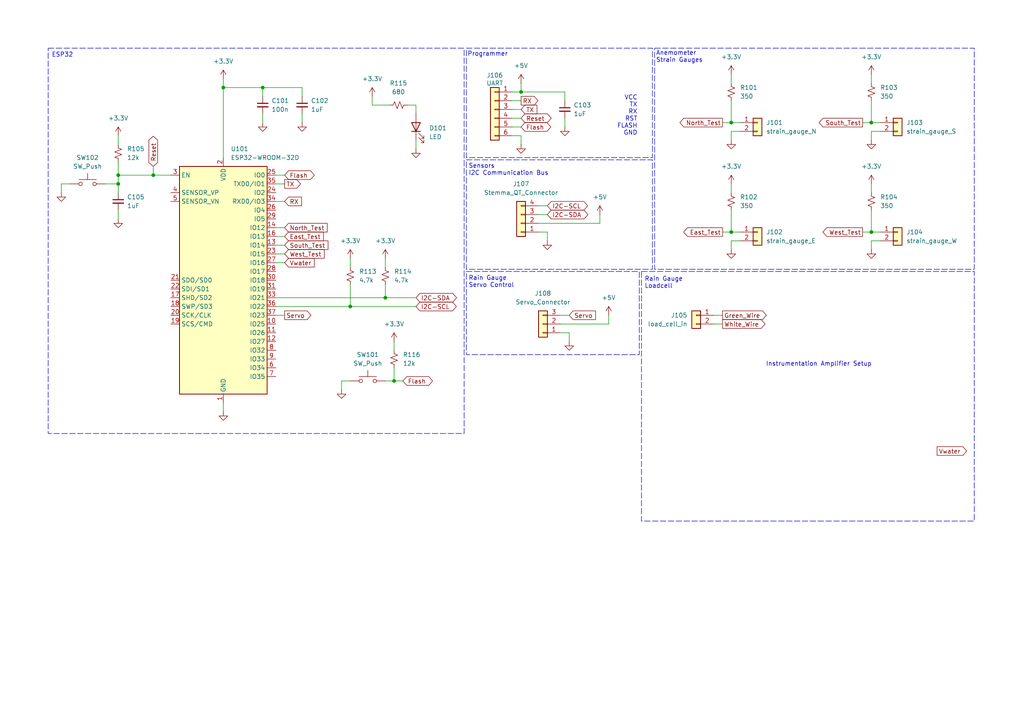
<source format=kicad_sch>
(kicad_sch
	(version 20250114)
	(generator "eeschema")
	(generator_version "9.0")
	(uuid "a9f3e948-f0cb-4784-bed2-bdf72b5832ff")
	(paper "A4")
	(title_block
		(title "Remote Weather Station")
		(date "2026-01-22")
		(rev "V1")
		(company "Kansas State University")
		(comment 1 "KSU Mesonent System")
	)
	(lib_symbols
		(symbol "Connector_Generic:Conn_01x02"
			(pin_names
				(offset 1.016)
				(hide yes)
			)
			(exclude_from_sim no)
			(in_bom yes)
			(on_board yes)
			(property "Reference" "J"
				(at 0 2.54 0)
				(effects
					(font
						(size 1.27 1.27)
					)
				)
			)
			(property "Value" "Conn_01x02"
				(at 0 -5.08 0)
				(effects
					(font
						(size 1.27 1.27)
					)
				)
			)
			(property "Footprint" ""
				(at 0 0 0)
				(effects
					(font
						(size 1.27 1.27)
					)
					(hide yes)
				)
			)
			(property "Datasheet" "~"
				(at 0 0 0)
				(effects
					(font
						(size 1.27 1.27)
					)
					(hide yes)
				)
			)
			(property "Description" "Generic connector, single row, 01x02, script generated (kicad-library-utils/schlib/autogen/connector/)"
				(at 0 0 0)
				(effects
					(font
						(size 1.27 1.27)
					)
					(hide yes)
				)
			)
			(property "ki_keywords" "connector"
				(at 0 0 0)
				(effects
					(font
						(size 1.27 1.27)
					)
					(hide yes)
				)
			)
			(property "ki_fp_filters" "Connector*:*_1x??_*"
				(at 0 0 0)
				(effects
					(font
						(size 1.27 1.27)
					)
					(hide yes)
				)
			)
			(symbol "Conn_01x02_1_1"
				(rectangle
					(start -1.27 1.27)
					(end 1.27 -3.81)
					(stroke
						(width 0.254)
						(type default)
					)
					(fill
						(type background)
					)
				)
				(rectangle
					(start -1.27 0.127)
					(end 0 -0.127)
					(stroke
						(width 0.1524)
						(type default)
					)
					(fill
						(type none)
					)
				)
				(rectangle
					(start -1.27 -2.413)
					(end 0 -2.667)
					(stroke
						(width 0.1524)
						(type default)
					)
					(fill
						(type none)
					)
				)
				(pin passive line
					(at -5.08 0 0)
					(length 3.81)
					(name "Pin_1"
						(effects
							(font
								(size 1.27 1.27)
							)
						)
					)
					(number "1"
						(effects
							(font
								(size 1.27 1.27)
							)
						)
					)
				)
				(pin passive line
					(at -5.08 -2.54 0)
					(length 3.81)
					(name "Pin_2"
						(effects
							(font
								(size 1.27 1.27)
							)
						)
					)
					(number "2"
						(effects
							(font
								(size 1.27 1.27)
							)
						)
					)
				)
			)
			(embedded_fonts no)
		)
		(symbol "Connector_Generic:Conn_01x03"
			(pin_names
				(offset 1.016)
				(hide yes)
			)
			(exclude_from_sim no)
			(in_bom yes)
			(on_board yes)
			(property "Reference" "J"
				(at 0 5.08 0)
				(effects
					(font
						(size 1.27 1.27)
					)
				)
			)
			(property "Value" "Conn_01x03"
				(at 0 -5.08 0)
				(effects
					(font
						(size 1.27 1.27)
					)
				)
			)
			(property "Footprint" ""
				(at 0 0 0)
				(effects
					(font
						(size 1.27 1.27)
					)
					(hide yes)
				)
			)
			(property "Datasheet" "~"
				(at 0 0 0)
				(effects
					(font
						(size 1.27 1.27)
					)
					(hide yes)
				)
			)
			(property "Description" "Generic connector, single row, 01x03, script generated (kicad-library-utils/schlib/autogen/connector/)"
				(at 0 0 0)
				(effects
					(font
						(size 1.27 1.27)
					)
					(hide yes)
				)
			)
			(property "ki_keywords" "connector"
				(at 0 0 0)
				(effects
					(font
						(size 1.27 1.27)
					)
					(hide yes)
				)
			)
			(property "ki_fp_filters" "Connector*:*_1x??_*"
				(at 0 0 0)
				(effects
					(font
						(size 1.27 1.27)
					)
					(hide yes)
				)
			)
			(symbol "Conn_01x03_1_1"
				(rectangle
					(start -1.27 3.81)
					(end 1.27 -3.81)
					(stroke
						(width 0.254)
						(type default)
					)
					(fill
						(type background)
					)
				)
				(rectangle
					(start -1.27 2.667)
					(end 0 2.413)
					(stroke
						(width 0.1524)
						(type default)
					)
					(fill
						(type none)
					)
				)
				(rectangle
					(start -1.27 0.127)
					(end 0 -0.127)
					(stroke
						(width 0.1524)
						(type default)
					)
					(fill
						(type none)
					)
				)
				(rectangle
					(start -1.27 -2.413)
					(end 0 -2.667)
					(stroke
						(width 0.1524)
						(type default)
					)
					(fill
						(type none)
					)
				)
				(pin passive line
					(at -5.08 2.54 0)
					(length 3.81)
					(name "Pin_1"
						(effects
							(font
								(size 1.27 1.27)
							)
						)
					)
					(number "1"
						(effects
							(font
								(size 1.27 1.27)
							)
						)
					)
				)
				(pin passive line
					(at -5.08 0 0)
					(length 3.81)
					(name "Pin_2"
						(effects
							(font
								(size 1.27 1.27)
							)
						)
					)
					(number "2"
						(effects
							(font
								(size 1.27 1.27)
							)
						)
					)
				)
				(pin passive line
					(at -5.08 -2.54 0)
					(length 3.81)
					(name "Pin_3"
						(effects
							(font
								(size 1.27 1.27)
							)
						)
					)
					(number "3"
						(effects
							(font
								(size 1.27 1.27)
							)
						)
					)
				)
			)
			(embedded_fonts no)
		)
		(symbol "Connector_Generic:Conn_01x04"
			(pin_names
				(offset 1.016)
				(hide yes)
			)
			(exclude_from_sim no)
			(in_bom yes)
			(on_board yes)
			(property "Reference" "J"
				(at 0 5.08 0)
				(effects
					(font
						(size 1.27 1.27)
					)
				)
			)
			(property "Value" "Conn_01x04"
				(at 0 -7.62 0)
				(effects
					(font
						(size 1.27 1.27)
					)
				)
			)
			(property "Footprint" ""
				(at 0 0 0)
				(effects
					(font
						(size 1.27 1.27)
					)
					(hide yes)
				)
			)
			(property "Datasheet" "~"
				(at 0 0 0)
				(effects
					(font
						(size 1.27 1.27)
					)
					(hide yes)
				)
			)
			(property "Description" "Generic connector, single row, 01x04, script generated (kicad-library-utils/schlib/autogen/connector/)"
				(at 0 0 0)
				(effects
					(font
						(size 1.27 1.27)
					)
					(hide yes)
				)
			)
			(property "ki_keywords" "connector"
				(at 0 0 0)
				(effects
					(font
						(size 1.27 1.27)
					)
					(hide yes)
				)
			)
			(property "ki_fp_filters" "Connector*:*_1x??_*"
				(at 0 0 0)
				(effects
					(font
						(size 1.27 1.27)
					)
					(hide yes)
				)
			)
			(symbol "Conn_01x04_1_1"
				(rectangle
					(start -1.27 3.81)
					(end 1.27 -6.35)
					(stroke
						(width 0.254)
						(type default)
					)
					(fill
						(type background)
					)
				)
				(rectangle
					(start -1.27 2.667)
					(end 0 2.413)
					(stroke
						(width 0.1524)
						(type default)
					)
					(fill
						(type none)
					)
				)
				(rectangle
					(start -1.27 0.127)
					(end 0 -0.127)
					(stroke
						(width 0.1524)
						(type default)
					)
					(fill
						(type none)
					)
				)
				(rectangle
					(start -1.27 -2.413)
					(end 0 -2.667)
					(stroke
						(width 0.1524)
						(type default)
					)
					(fill
						(type none)
					)
				)
				(rectangle
					(start -1.27 -4.953)
					(end 0 -5.207)
					(stroke
						(width 0.1524)
						(type default)
					)
					(fill
						(type none)
					)
				)
				(pin passive line
					(at -5.08 2.54 0)
					(length 3.81)
					(name "Pin_1"
						(effects
							(font
								(size 1.27 1.27)
							)
						)
					)
					(number "1"
						(effects
							(font
								(size 1.27 1.27)
							)
						)
					)
				)
				(pin passive line
					(at -5.08 0 0)
					(length 3.81)
					(name "Pin_2"
						(effects
							(font
								(size 1.27 1.27)
							)
						)
					)
					(number "2"
						(effects
							(font
								(size 1.27 1.27)
							)
						)
					)
				)
				(pin passive line
					(at -5.08 -2.54 0)
					(length 3.81)
					(name "Pin_3"
						(effects
							(font
								(size 1.27 1.27)
							)
						)
					)
					(number "3"
						(effects
							(font
								(size 1.27 1.27)
							)
						)
					)
				)
				(pin passive line
					(at -5.08 -5.08 0)
					(length 3.81)
					(name "Pin_4"
						(effects
							(font
								(size 1.27 1.27)
							)
						)
					)
					(number "4"
						(effects
							(font
								(size 1.27 1.27)
							)
						)
					)
				)
			)
			(embedded_fonts no)
		)
		(symbol "Connector_Generic:Conn_01x06"
			(pin_names
				(offset 1.016)
				(hide yes)
			)
			(exclude_from_sim no)
			(in_bom yes)
			(on_board yes)
			(property "Reference" "J"
				(at 0 7.62 0)
				(effects
					(font
						(size 1.27 1.27)
					)
				)
			)
			(property "Value" "Conn_01x06"
				(at 0 -10.16 0)
				(effects
					(font
						(size 1.27 1.27)
					)
				)
			)
			(property "Footprint" ""
				(at 0 0 0)
				(effects
					(font
						(size 1.27 1.27)
					)
					(hide yes)
				)
			)
			(property "Datasheet" "~"
				(at 0 0 0)
				(effects
					(font
						(size 1.27 1.27)
					)
					(hide yes)
				)
			)
			(property "Description" "Generic connector, single row, 01x06, script generated (kicad-library-utils/schlib/autogen/connector/)"
				(at 0 0 0)
				(effects
					(font
						(size 1.27 1.27)
					)
					(hide yes)
				)
			)
			(property "ki_keywords" "connector"
				(at 0 0 0)
				(effects
					(font
						(size 1.27 1.27)
					)
					(hide yes)
				)
			)
			(property "ki_fp_filters" "Connector*:*_1x??_*"
				(at 0 0 0)
				(effects
					(font
						(size 1.27 1.27)
					)
					(hide yes)
				)
			)
			(symbol "Conn_01x06_1_1"
				(rectangle
					(start -1.27 6.35)
					(end 1.27 -8.89)
					(stroke
						(width 0.254)
						(type default)
					)
					(fill
						(type background)
					)
				)
				(rectangle
					(start -1.27 5.207)
					(end 0 4.953)
					(stroke
						(width 0.1524)
						(type default)
					)
					(fill
						(type none)
					)
				)
				(rectangle
					(start -1.27 2.667)
					(end 0 2.413)
					(stroke
						(width 0.1524)
						(type default)
					)
					(fill
						(type none)
					)
				)
				(rectangle
					(start -1.27 0.127)
					(end 0 -0.127)
					(stroke
						(width 0.1524)
						(type default)
					)
					(fill
						(type none)
					)
				)
				(rectangle
					(start -1.27 -2.413)
					(end 0 -2.667)
					(stroke
						(width 0.1524)
						(type default)
					)
					(fill
						(type none)
					)
				)
				(rectangle
					(start -1.27 -4.953)
					(end 0 -5.207)
					(stroke
						(width 0.1524)
						(type default)
					)
					(fill
						(type none)
					)
				)
				(rectangle
					(start -1.27 -7.493)
					(end 0 -7.747)
					(stroke
						(width 0.1524)
						(type default)
					)
					(fill
						(type none)
					)
				)
				(pin passive line
					(at -5.08 5.08 0)
					(length 3.81)
					(name "Pin_1"
						(effects
							(font
								(size 1.27 1.27)
							)
						)
					)
					(number "1"
						(effects
							(font
								(size 1.27 1.27)
							)
						)
					)
				)
				(pin passive line
					(at -5.08 2.54 0)
					(length 3.81)
					(name "Pin_2"
						(effects
							(font
								(size 1.27 1.27)
							)
						)
					)
					(number "2"
						(effects
							(font
								(size 1.27 1.27)
							)
						)
					)
				)
				(pin passive line
					(at -5.08 0 0)
					(length 3.81)
					(name "Pin_3"
						(effects
							(font
								(size 1.27 1.27)
							)
						)
					)
					(number "3"
						(effects
							(font
								(size 1.27 1.27)
							)
						)
					)
				)
				(pin passive line
					(at -5.08 -2.54 0)
					(length 3.81)
					(name "Pin_4"
						(effects
							(font
								(size 1.27 1.27)
							)
						)
					)
					(number "4"
						(effects
							(font
								(size 1.27 1.27)
							)
						)
					)
				)
				(pin passive line
					(at -5.08 -5.08 0)
					(length 3.81)
					(name "Pin_5"
						(effects
							(font
								(size 1.27 1.27)
							)
						)
					)
					(number "5"
						(effects
							(font
								(size 1.27 1.27)
							)
						)
					)
				)
				(pin passive line
					(at -5.08 -7.62 0)
					(length 3.81)
					(name "Pin_6"
						(effects
							(font
								(size 1.27 1.27)
							)
						)
					)
					(number "6"
						(effects
							(font
								(size 1.27 1.27)
							)
						)
					)
				)
			)
			(embedded_fonts no)
		)
		(symbol "Device:C_Small"
			(pin_numbers
				(hide yes)
			)
			(pin_names
				(offset 0.254)
				(hide yes)
			)
			(exclude_from_sim no)
			(in_bom yes)
			(on_board yes)
			(property "Reference" "C"
				(at 0.254 1.778 0)
				(effects
					(font
						(size 1.27 1.27)
					)
					(justify left)
				)
			)
			(property "Value" "C_Small"
				(at 0.254 -2.032 0)
				(effects
					(font
						(size 1.27 1.27)
					)
					(justify left)
				)
			)
			(property "Footprint" ""
				(at 0 0 0)
				(effects
					(font
						(size 1.27 1.27)
					)
					(hide yes)
				)
			)
			(property "Datasheet" "~"
				(at 0 0 0)
				(effects
					(font
						(size 1.27 1.27)
					)
					(hide yes)
				)
			)
			(property "Description" "Unpolarized capacitor, small symbol"
				(at 0 0 0)
				(effects
					(font
						(size 1.27 1.27)
					)
					(hide yes)
				)
			)
			(property "ki_keywords" "capacitor cap"
				(at 0 0 0)
				(effects
					(font
						(size 1.27 1.27)
					)
					(hide yes)
				)
			)
			(property "ki_fp_filters" "C_*"
				(at 0 0 0)
				(effects
					(font
						(size 1.27 1.27)
					)
					(hide yes)
				)
			)
			(symbol "C_Small_0_1"
				(polyline
					(pts
						(xy -1.524 0.508) (xy 1.524 0.508)
					)
					(stroke
						(width 0.3048)
						(type default)
					)
					(fill
						(type none)
					)
				)
				(polyline
					(pts
						(xy -1.524 -0.508) (xy 1.524 -0.508)
					)
					(stroke
						(width 0.3302)
						(type default)
					)
					(fill
						(type none)
					)
				)
			)
			(symbol "C_Small_1_1"
				(pin passive line
					(at 0 2.54 270)
					(length 2.032)
					(name "~"
						(effects
							(font
								(size 1.27 1.27)
							)
						)
					)
					(number "1"
						(effects
							(font
								(size 1.27 1.27)
							)
						)
					)
				)
				(pin passive line
					(at 0 -2.54 90)
					(length 2.032)
					(name "~"
						(effects
							(font
								(size 1.27 1.27)
							)
						)
					)
					(number "2"
						(effects
							(font
								(size 1.27 1.27)
							)
						)
					)
				)
			)
			(embedded_fonts no)
		)
		(symbol "Device:LED"
			(pin_numbers
				(hide yes)
			)
			(pin_names
				(offset 1.016)
				(hide yes)
			)
			(exclude_from_sim no)
			(in_bom yes)
			(on_board yes)
			(property "Reference" "D"
				(at 0 2.54 0)
				(effects
					(font
						(size 1.27 1.27)
					)
				)
			)
			(property "Value" "LED"
				(at 0 -2.54 0)
				(effects
					(font
						(size 1.27 1.27)
					)
				)
			)
			(property "Footprint" ""
				(at 0 0 0)
				(effects
					(font
						(size 1.27 1.27)
					)
					(hide yes)
				)
			)
			(property "Datasheet" "~"
				(at 0 0 0)
				(effects
					(font
						(size 1.27 1.27)
					)
					(hide yes)
				)
			)
			(property "Description" "Light emitting diode"
				(at 0 0 0)
				(effects
					(font
						(size 1.27 1.27)
					)
					(hide yes)
				)
			)
			(property "Sim.Pins" "1=K 2=A"
				(at 0 0 0)
				(effects
					(font
						(size 1.27 1.27)
					)
					(hide yes)
				)
			)
			(property "ki_keywords" "LED diode"
				(at 0 0 0)
				(effects
					(font
						(size 1.27 1.27)
					)
					(hide yes)
				)
			)
			(property "ki_fp_filters" "LED* LED_SMD:* LED_THT:*"
				(at 0 0 0)
				(effects
					(font
						(size 1.27 1.27)
					)
					(hide yes)
				)
			)
			(symbol "LED_0_1"
				(polyline
					(pts
						(xy -3.048 -0.762) (xy -4.572 -2.286) (xy -3.81 -2.286) (xy -4.572 -2.286) (xy -4.572 -1.524)
					)
					(stroke
						(width 0)
						(type default)
					)
					(fill
						(type none)
					)
				)
				(polyline
					(pts
						(xy -1.778 -0.762) (xy -3.302 -2.286) (xy -2.54 -2.286) (xy -3.302 -2.286) (xy -3.302 -1.524)
					)
					(stroke
						(width 0)
						(type default)
					)
					(fill
						(type none)
					)
				)
				(polyline
					(pts
						(xy -1.27 0) (xy 1.27 0)
					)
					(stroke
						(width 0)
						(type default)
					)
					(fill
						(type none)
					)
				)
				(polyline
					(pts
						(xy -1.27 -1.27) (xy -1.27 1.27)
					)
					(stroke
						(width 0.254)
						(type default)
					)
					(fill
						(type none)
					)
				)
				(polyline
					(pts
						(xy 1.27 -1.27) (xy 1.27 1.27) (xy -1.27 0) (xy 1.27 -1.27)
					)
					(stroke
						(width 0.254)
						(type default)
					)
					(fill
						(type none)
					)
				)
			)
			(symbol "LED_1_1"
				(pin passive line
					(at -3.81 0 0)
					(length 2.54)
					(name "K"
						(effects
							(font
								(size 1.27 1.27)
							)
						)
					)
					(number "1"
						(effects
							(font
								(size 1.27 1.27)
							)
						)
					)
				)
				(pin passive line
					(at 3.81 0 180)
					(length 2.54)
					(name "A"
						(effects
							(font
								(size 1.27 1.27)
							)
						)
					)
					(number "2"
						(effects
							(font
								(size 1.27 1.27)
							)
						)
					)
				)
			)
			(embedded_fonts no)
		)
		(symbol "Device:R_Small_US"
			(pin_numbers
				(hide yes)
			)
			(pin_names
				(offset 0.254)
				(hide yes)
			)
			(exclude_from_sim no)
			(in_bom yes)
			(on_board yes)
			(property "Reference" "R"
				(at 0.762 0.508 0)
				(effects
					(font
						(size 1.27 1.27)
					)
					(justify left)
				)
			)
			(property "Value" "R_Small_US"
				(at 0.762 -1.016 0)
				(effects
					(font
						(size 1.27 1.27)
					)
					(justify left)
				)
			)
			(property "Footprint" ""
				(at 0 0 0)
				(effects
					(font
						(size 1.27 1.27)
					)
					(hide yes)
				)
			)
			(property "Datasheet" "~"
				(at 0 0 0)
				(effects
					(font
						(size 1.27 1.27)
					)
					(hide yes)
				)
			)
			(property "Description" "Resistor, small US symbol"
				(at 0 0 0)
				(effects
					(font
						(size 1.27 1.27)
					)
					(hide yes)
				)
			)
			(property "ki_keywords" "r resistor"
				(at 0 0 0)
				(effects
					(font
						(size 1.27 1.27)
					)
					(hide yes)
				)
			)
			(property "ki_fp_filters" "R_*"
				(at 0 0 0)
				(effects
					(font
						(size 1.27 1.27)
					)
					(hide yes)
				)
			)
			(symbol "R_Small_US_1_1"
				(polyline
					(pts
						(xy 0 1.524) (xy 1.016 1.143) (xy 0 0.762) (xy -1.016 0.381) (xy 0 0)
					)
					(stroke
						(width 0)
						(type default)
					)
					(fill
						(type none)
					)
				)
				(polyline
					(pts
						(xy 0 0) (xy 1.016 -0.381) (xy 0 -0.762) (xy -1.016 -1.143) (xy 0 -1.524)
					)
					(stroke
						(width 0)
						(type default)
					)
					(fill
						(type none)
					)
				)
				(pin passive line
					(at 0 2.54 270)
					(length 1.016)
					(name "~"
						(effects
							(font
								(size 1.27 1.27)
							)
						)
					)
					(number "1"
						(effects
							(font
								(size 1.27 1.27)
							)
						)
					)
				)
				(pin passive line
					(at 0 -2.54 90)
					(length 1.016)
					(name "~"
						(effects
							(font
								(size 1.27 1.27)
							)
						)
					)
					(number "2"
						(effects
							(font
								(size 1.27 1.27)
							)
						)
					)
				)
			)
			(embedded_fonts no)
		)
		(symbol "RF_Module:ESP32-WROOM-32D"
			(exclude_from_sim no)
			(in_bom yes)
			(on_board yes)
			(property "Reference" "U"
				(at -12.7 34.29 0)
				(effects
					(font
						(size 1.27 1.27)
					)
					(justify left)
				)
			)
			(property "Value" "ESP32-WROOM-32D"
				(at 1.27 34.29 0)
				(effects
					(font
						(size 1.27 1.27)
					)
					(justify left)
				)
			)
			(property "Footprint" "RF_Module:ESP32-WROOM-32D"
				(at 16.51 -34.29 0)
				(effects
					(font
						(size 1.27 1.27)
					)
					(hide yes)
				)
			)
			(property "Datasheet" "https://www.espressif.com/sites/default/files/documentation/esp32-wroom-32d_esp32-wroom-32u_datasheet_en.pdf"
				(at -7.62 1.27 0)
				(effects
					(font
						(size 1.27 1.27)
					)
					(hide yes)
				)
			)
			(property "Description" "RF Module, ESP32-D0WD SoC, Wi-Fi 802.11b/g/n, Bluetooth, BLE, 32-bit, 2.7-3.6V, onboard antenna, SMD"
				(at 0 0 0)
				(effects
					(font
						(size 1.27 1.27)
					)
					(hide yes)
				)
			)
			(property "ki_keywords" "RF Radio BT ESP ESP32 Espressif onboard PCB antenna"
				(at 0 0 0)
				(effects
					(font
						(size 1.27 1.27)
					)
					(hide yes)
				)
			)
			(property "ki_fp_filters" "ESP32?WROOM?32D*"
				(at 0 0 0)
				(effects
					(font
						(size 1.27 1.27)
					)
					(hide yes)
				)
			)
			(symbol "ESP32-WROOM-32D_0_1"
				(rectangle
					(start -12.7 33.02)
					(end 12.7 -33.02)
					(stroke
						(width 0.254)
						(type default)
					)
					(fill
						(type background)
					)
				)
			)
			(symbol "ESP32-WROOM-32D_1_1"
				(pin input line
					(at -15.24 30.48 0)
					(length 2.54)
					(name "EN"
						(effects
							(font
								(size 1.27 1.27)
							)
						)
					)
					(number "3"
						(effects
							(font
								(size 1.27 1.27)
							)
						)
					)
				)
				(pin input line
					(at -15.24 25.4 0)
					(length 2.54)
					(name "SENSOR_VP"
						(effects
							(font
								(size 1.27 1.27)
							)
						)
					)
					(number "4"
						(effects
							(font
								(size 1.27 1.27)
							)
						)
					)
				)
				(pin input line
					(at -15.24 22.86 0)
					(length 2.54)
					(name "SENSOR_VN"
						(effects
							(font
								(size 1.27 1.27)
							)
						)
					)
					(number "5"
						(effects
							(font
								(size 1.27 1.27)
							)
						)
					)
				)
				(pin bidirectional line
					(at -15.24 0 0)
					(length 2.54)
					(name "SDO/SD0"
						(effects
							(font
								(size 1.27 1.27)
							)
						)
					)
					(number "21"
						(effects
							(font
								(size 1.27 1.27)
							)
						)
					)
				)
				(pin bidirectional line
					(at -15.24 -2.54 0)
					(length 2.54)
					(name "SDI/SD1"
						(effects
							(font
								(size 1.27 1.27)
							)
						)
					)
					(number "22"
						(effects
							(font
								(size 1.27 1.27)
							)
						)
					)
				)
				(pin bidirectional line
					(at -15.24 -5.08 0)
					(length 2.54)
					(name "SHD/SD2"
						(effects
							(font
								(size 1.27 1.27)
							)
						)
					)
					(number "17"
						(effects
							(font
								(size 1.27 1.27)
							)
						)
					)
				)
				(pin bidirectional line
					(at -15.24 -7.62 0)
					(length 2.54)
					(name "SWP/SD3"
						(effects
							(font
								(size 1.27 1.27)
							)
						)
					)
					(number "18"
						(effects
							(font
								(size 1.27 1.27)
							)
						)
					)
				)
				(pin bidirectional line
					(at -15.24 -10.16 0)
					(length 2.54)
					(name "SCK/CLK"
						(effects
							(font
								(size 1.27 1.27)
							)
						)
					)
					(number "20"
						(effects
							(font
								(size 1.27 1.27)
							)
						)
					)
				)
				(pin bidirectional line
					(at -15.24 -12.7 0)
					(length 2.54)
					(name "SCS/CMD"
						(effects
							(font
								(size 1.27 1.27)
							)
						)
					)
					(number "19"
						(effects
							(font
								(size 1.27 1.27)
							)
						)
					)
				)
				(pin no_connect line
					(at -12.7 -27.94 0)
					(length 2.54)
					(hide yes)
					(name "NC"
						(effects
							(font
								(size 1.27 1.27)
							)
						)
					)
					(number "32"
						(effects
							(font
								(size 1.27 1.27)
							)
						)
					)
				)
				(pin power_in line
					(at 0 35.56 270)
					(length 2.54)
					(name "VDD"
						(effects
							(font
								(size 1.27 1.27)
							)
						)
					)
					(number "2"
						(effects
							(font
								(size 1.27 1.27)
							)
						)
					)
				)
				(pin power_in line
					(at 0 -35.56 90)
					(length 2.54)
					(name "GND"
						(effects
							(font
								(size 1.27 1.27)
							)
						)
					)
					(number "1"
						(effects
							(font
								(size 1.27 1.27)
							)
						)
					)
				)
				(pin passive line
					(at 0 -35.56 90)
					(length 2.54)
					(hide yes)
					(name "GND"
						(effects
							(font
								(size 1.27 1.27)
							)
						)
					)
					(number "15"
						(effects
							(font
								(size 1.27 1.27)
							)
						)
					)
				)
				(pin passive line
					(at 0 -35.56 90)
					(length 2.54)
					(hide yes)
					(name "GND"
						(effects
							(font
								(size 1.27 1.27)
							)
						)
					)
					(number "38"
						(effects
							(font
								(size 1.27 1.27)
							)
						)
					)
				)
				(pin passive line
					(at 0 -35.56 90)
					(length 2.54)
					(hide yes)
					(name "GND"
						(effects
							(font
								(size 1.27 1.27)
							)
						)
					)
					(number "39"
						(effects
							(font
								(size 1.27 1.27)
							)
						)
					)
				)
				(pin bidirectional line
					(at 15.24 30.48 180)
					(length 2.54)
					(name "IO0"
						(effects
							(font
								(size 1.27 1.27)
							)
						)
					)
					(number "25"
						(effects
							(font
								(size 1.27 1.27)
							)
						)
					)
				)
				(pin bidirectional line
					(at 15.24 27.94 180)
					(length 2.54)
					(name "TXD0/IO1"
						(effects
							(font
								(size 1.27 1.27)
							)
						)
					)
					(number "35"
						(effects
							(font
								(size 1.27 1.27)
							)
						)
					)
				)
				(pin bidirectional line
					(at 15.24 25.4 180)
					(length 2.54)
					(name "IO2"
						(effects
							(font
								(size 1.27 1.27)
							)
						)
					)
					(number "24"
						(effects
							(font
								(size 1.27 1.27)
							)
						)
					)
				)
				(pin bidirectional line
					(at 15.24 22.86 180)
					(length 2.54)
					(name "RXD0/IO3"
						(effects
							(font
								(size 1.27 1.27)
							)
						)
					)
					(number "34"
						(effects
							(font
								(size 1.27 1.27)
							)
						)
					)
				)
				(pin bidirectional line
					(at 15.24 20.32 180)
					(length 2.54)
					(name "IO4"
						(effects
							(font
								(size 1.27 1.27)
							)
						)
					)
					(number "26"
						(effects
							(font
								(size 1.27 1.27)
							)
						)
					)
				)
				(pin bidirectional line
					(at 15.24 17.78 180)
					(length 2.54)
					(name "IO5"
						(effects
							(font
								(size 1.27 1.27)
							)
						)
					)
					(number "29"
						(effects
							(font
								(size 1.27 1.27)
							)
						)
					)
				)
				(pin bidirectional line
					(at 15.24 15.24 180)
					(length 2.54)
					(name "IO12"
						(effects
							(font
								(size 1.27 1.27)
							)
						)
					)
					(number "14"
						(effects
							(font
								(size 1.27 1.27)
							)
						)
					)
				)
				(pin bidirectional line
					(at 15.24 12.7 180)
					(length 2.54)
					(name "IO13"
						(effects
							(font
								(size 1.27 1.27)
							)
						)
					)
					(number "16"
						(effects
							(font
								(size 1.27 1.27)
							)
						)
					)
				)
				(pin bidirectional line
					(at 15.24 10.16 180)
					(length 2.54)
					(name "IO14"
						(effects
							(font
								(size 1.27 1.27)
							)
						)
					)
					(number "13"
						(effects
							(font
								(size 1.27 1.27)
							)
						)
					)
				)
				(pin bidirectional line
					(at 15.24 7.62 180)
					(length 2.54)
					(name "IO15"
						(effects
							(font
								(size 1.27 1.27)
							)
						)
					)
					(number "23"
						(effects
							(font
								(size 1.27 1.27)
							)
						)
					)
				)
				(pin bidirectional line
					(at 15.24 5.08 180)
					(length 2.54)
					(name "IO16"
						(effects
							(font
								(size 1.27 1.27)
							)
						)
					)
					(number "27"
						(effects
							(font
								(size 1.27 1.27)
							)
						)
					)
				)
				(pin bidirectional line
					(at 15.24 2.54 180)
					(length 2.54)
					(name "IO17"
						(effects
							(font
								(size 1.27 1.27)
							)
						)
					)
					(number "28"
						(effects
							(font
								(size 1.27 1.27)
							)
						)
					)
				)
				(pin bidirectional line
					(at 15.24 0 180)
					(length 2.54)
					(name "IO18"
						(effects
							(font
								(size 1.27 1.27)
							)
						)
					)
					(number "30"
						(effects
							(font
								(size 1.27 1.27)
							)
						)
					)
				)
				(pin bidirectional line
					(at 15.24 -2.54 180)
					(length 2.54)
					(name "IO19"
						(effects
							(font
								(size 1.27 1.27)
							)
						)
					)
					(number "31"
						(effects
							(font
								(size 1.27 1.27)
							)
						)
					)
				)
				(pin bidirectional line
					(at 15.24 -5.08 180)
					(length 2.54)
					(name "IO21"
						(effects
							(font
								(size 1.27 1.27)
							)
						)
					)
					(number "33"
						(effects
							(font
								(size 1.27 1.27)
							)
						)
					)
				)
				(pin bidirectional line
					(at 15.24 -7.62 180)
					(length 2.54)
					(name "IO22"
						(effects
							(font
								(size 1.27 1.27)
							)
						)
					)
					(number "36"
						(effects
							(font
								(size 1.27 1.27)
							)
						)
					)
				)
				(pin bidirectional line
					(at 15.24 -10.16 180)
					(length 2.54)
					(name "IO23"
						(effects
							(font
								(size 1.27 1.27)
							)
						)
					)
					(number "37"
						(effects
							(font
								(size 1.27 1.27)
							)
						)
					)
				)
				(pin bidirectional line
					(at 15.24 -12.7 180)
					(length 2.54)
					(name "IO25"
						(effects
							(font
								(size 1.27 1.27)
							)
						)
					)
					(number "10"
						(effects
							(font
								(size 1.27 1.27)
							)
						)
					)
				)
				(pin bidirectional line
					(at 15.24 -15.24 180)
					(length 2.54)
					(name "IO26"
						(effects
							(font
								(size 1.27 1.27)
							)
						)
					)
					(number "11"
						(effects
							(font
								(size 1.27 1.27)
							)
						)
					)
				)
				(pin bidirectional line
					(at 15.24 -17.78 180)
					(length 2.54)
					(name "IO27"
						(effects
							(font
								(size 1.27 1.27)
							)
						)
					)
					(number "12"
						(effects
							(font
								(size 1.27 1.27)
							)
						)
					)
				)
				(pin bidirectional line
					(at 15.24 -20.32 180)
					(length 2.54)
					(name "IO32"
						(effects
							(font
								(size 1.27 1.27)
							)
						)
					)
					(number "8"
						(effects
							(font
								(size 1.27 1.27)
							)
						)
					)
				)
				(pin bidirectional line
					(at 15.24 -22.86 180)
					(length 2.54)
					(name "IO33"
						(effects
							(font
								(size 1.27 1.27)
							)
						)
					)
					(number "9"
						(effects
							(font
								(size 1.27 1.27)
							)
						)
					)
				)
				(pin input line
					(at 15.24 -25.4 180)
					(length 2.54)
					(name "IO34"
						(effects
							(font
								(size 1.27 1.27)
							)
						)
					)
					(number "6"
						(effects
							(font
								(size 1.27 1.27)
							)
						)
					)
				)
				(pin input line
					(at 15.24 -27.94 180)
					(length 2.54)
					(name "IO35"
						(effects
							(font
								(size 1.27 1.27)
							)
						)
					)
					(number "7"
						(effects
							(font
								(size 1.27 1.27)
							)
						)
					)
				)
			)
			(embedded_fonts no)
		)
		(symbol "Switch:SW_Push"
			(pin_numbers
				(hide yes)
			)
			(pin_names
				(offset 1.016)
				(hide yes)
			)
			(exclude_from_sim no)
			(in_bom yes)
			(on_board yes)
			(property "Reference" "SW"
				(at 1.27 2.54 0)
				(effects
					(font
						(size 1.27 1.27)
					)
					(justify left)
				)
			)
			(property "Value" "SW_Push"
				(at 0 -1.524 0)
				(effects
					(font
						(size 1.27 1.27)
					)
				)
			)
			(property "Footprint" ""
				(at 0 5.08 0)
				(effects
					(font
						(size 1.27 1.27)
					)
					(hide yes)
				)
			)
			(property "Datasheet" "~"
				(at 0 5.08 0)
				(effects
					(font
						(size 1.27 1.27)
					)
					(hide yes)
				)
			)
			(property "Description" "Push button switch, generic, two pins"
				(at 0 0 0)
				(effects
					(font
						(size 1.27 1.27)
					)
					(hide yes)
				)
			)
			(property "ki_keywords" "switch normally-open pushbutton push-button"
				(at 0 0 0)
				(effects
					(font
						(size 1.27 1.27)
					)
					(hide yes)
				)
			)
			(symbol "SW_Push_0_1"
				(circle
					(center -2.032 0)
					(radius 0.508)
					(stroke
						(width 0)
						(type default)
					)
					(fill
						(type none)
					)
				)
				(polyline
					(pts
						(xy 0 1.27) (xy 0 3.048)
					)
					(stroke
						(width 0)
						(type default)
					)
					(fill
						(type none)
					)
				)
				(circle
					(center 2.032 0)
					(radius 0.508)
					(stroke
						(width 0)
						(type default)
					)
					(fill
						(type none)
					)
				)
				(polyline
					(pts
						(xy 2.54 1.27) (xy -2.54 1.27)
					)
					(stroke
						(width 0)
						(type default)
					)
					(fill
						(type none)
					)
				)
				(pin passive line
					(at -5.08 0 0)
					(length 2.54)
					(name "1"
						(effects
							(font
								(size 1.27 1.27)
							)
						)
					)
					(number "1"
						(effects
							(font
								(size 1.27 1.27)
							)
						)
					)
				)
				(pin passive line
					(at 5.08 0 180)
					(length 2.54)
					(name "2"
						(effects
							(font
								(size 1.27 1.27)
							)
						)
					)
					(number "2"
						(effects
							(font
								(size 1.27 1.27)
							)
						)
					)
				)
			)
			(embedded_fonts no)
		)
		(symbol "power:+3.3V"
			(power)
			(pin_numbers
				(hide yes)
			)
			(pin_names
				(offset 0)
				(hide yes)
			)
			(exclude_from_sim no)
			(in_bom yes)
			(on_board yes)
			(property "Reference" "#PWR"
				(at 0 -3.81 0)
				(effects
					(font
						(size 1.27 1.27)
					)
					(hide yes)
				)
			)
			(property "Value" "+3.3V"
				(at 0 3.556 0)
				(effects
					(font
						(size 1.27 1.27)
					)
				)
			)
			(property "Footprint" ""
				(at 0 0 0)
				(effects
					(font
						(size 1.27 1.27)
					)
					(hide yes)
				)
			)
			(property "Datasheet" ""
				(at 0 0 0)
				(effects
					(font
						(size 1.27 1.27)
					)
					(hide yes)
				)
			)
			(property "Description" "Power symbol creates a global label with name \"+3.3V\""
				(at 0 0 0)
				(effects
					(font
						(size 1.27 1.27)
					)
					(hide yes)
				)
			)
			(property "ki_keywords" "global power"
				(at 0 0 0)
				(effects
					(font
						(size 1.27 1.27)
					)
					(hide yes)
				)
			)
			(symbol "+3.3V_0_1"
				(polyline
					(pts
						(xy -0.762 1.27) (xy 0 2.54)
					)
					(stroke
						(width 0)
						(type default)
					)
					(fill
						(type none)
					)
				)
				(polyline
					(pts
						(xy 0 2.54) (xy 0.762 1.27)
					)
					(stroke
						(width 0)
						(type default)
					)
					(fill
						(type none)
					)
				)
				(polyline
					(pts
						(xy 0 0) (xy 0 2.54)
					)
					(stroke
						(width 0)
						(type default)
					)
					(fill
						(type none)
					)
				)
			)
			(symbol "+3.3V_1_1"
				(pin power_in line
					(at 0 0 90)
					(length 0)
					(name "~"
						(effects
							(font
								(size 1.27 1.27)
							)
						)
					)
					(number "1"
						(effects
							(font
								(size 1.27 1.27)
							)
						)
					)
				)
			)
			(embedded_fonts no)
		)
		(symbol "power:+5V"
			(power)
			(pin_numbers
				(hide yes)
			)
			(pin_names
				(offset 0)
				(hide yes)
			)
			(exclude_from_sim no)
			(in_bom yes)
			(on_board yes)
			(property "Reference" "#PWR"
				(at 0 -3.81 0)
				(effects
					(font
						(size 1.27 1.27)
					)
					(hide yes)
				)
			)
			(property "Value" "+5V"
				(at 0 3.556 0)
				(effects
					(font
						(size 1.27 1.27)
					)
				)
			)
			(property "Footprint" ""
				(at 0 0 0)
				(effects
					(font
						(size 1.27 1.27)
					)
					(hide yes)
				)
			)
			(property "Datasheet" ""
				(at 0 0 0)
				(effects
					(font
						(size 1.27 1.27)
					)
					(hide yes)
				)
			)
			(property "Description" "Power symbol creates a global label with name \"+5V\""
				(at 0 0 0)
				(effects
					(font
						(size 1.27 1.27)
					)
					(hide yes)
				)
			)
			(property "ki_keywords" "global power"
				(at 0 0 0)
				(effects
					(font
						(size 1.27 1.27)
					)
					(hide yes)
				)
			)
			(symbol "+5V_0_1"
				(polyline
					(pts
						(xy -0.762 1.27) (xy 0 2.54)
					)
					(stroke
						(width 0)
						(type default)
					)
					(fill
						(type none)
					)
				)
				(polyline
					(pts
						(xy 0 2.54) (xy 0.762 1.27)
					)
					(stroke
						(width 0)
						(type default)
					)
					(fill
						(type none)
					)
				)
				(polyline
					(pts
						(xy 0 0) (xy 0 2.54)
					)
					(stroke
						(width 0)
						(type default)
					)
					(fill
						(type none)
					)
				)
			)
			(symbol "+5V_1_1"
				(pin power_in line
					(at 0 0 90)
					(length 0)
					(name "~"
						(effects
							(font
								(size 1.27 1.27)
							)
						)
					)
					(number "1"
						(effects
							(font
								(size 1.27 1.27)
							)
						)
					)
				)
			)
			(embedded_fonts no)
		)
		(symbol "power:GND"
			(power)
			(pin_numbers
				(hide yes)
			)
			(pin_names
				(offset 0)
				(hide yes)
			)
			(exclude_from_sim no)
			(in_bom yes)
			(on_board yes)
			(property "Reference" "#PWR"
				(at 0 -6.35 0)
				(effects
					(font
						(size 1.27 1.27)
					)
					(hide yes)
				)
			)
			(property "Value" "GND"
				(at 0 -3.81 0)
				(effects
					(font
						(size 1.27 1.27)
					)
				)
			)
			(property "Footprint" ""
				(at 0 0 0)
				(effects
					(font
						(size 1.27 1.27)
					)
					(hide yes)
				)
			)
			(property "Datasheet" ""
				(at 0 0 0)
				(effects
					(font
						(size 1.27 1.27)
					)
					(hide yes)
				)
			)
			(property "Description" "Power symbol creates a global label with name \"GND\" , ground"
				(at 0 0 0)
				(effects
					(font
						(size 1.27 1.27)
					)
					(hide yes)
				)
			)
			(property "ki_keywords" "global power"
				(at 0 0 0)
				(effects
					(font
						(size 1.27 1.27)
					)
					(hide yes)
				)
			)
			(symbol "GND_0_1"
				(polyline
					(pts
						(xy 0 0) (xy 0 -1.27) (xy 1.27 -1.27) (xy 0 -2.54) (xy -1.27 -1.27) (xy 0 -1.27)
					)
					(stroke
						(width 0)
						(type default)
					)
					(fill
						(type none)
					)
				)
			)
			(symbol "GND_1_1"
				(pin power_in line
					(at 0 0 270)
					(length 0)
					(name "~"
						(effects
							(font
								(size 1.27 1.27)
							)
						)
					)
					(number "1"
						(effects
							(font
								(size 1.27 1.27)
							)
						)
					)
				)
			)
			(embedded_fonts no)
		)
	)
	(rectangle
		(start 13.97 13.97)
		(end 134.62 125.73)
		(stroke
			(width 0)
			(type dash)
		)
		(fill
			(type none)
		)
		(uuid 55c05299-1c7c-4468-8ecd-2d11c2d41a5d)
	)
	(rectangle
		(start 135.255 78.74)
		(end 185.42 102.87)
		(stroke
			(width 0)
			(type dash)
		)
		(fill
			(type none)
		)
		(uuid 9446a996-c9d2-4d10-bcb1-4e101bb3cf0c)
	)
	(rectangle
		(start 186.055 78.74)
		(end 282.575 151.13)
		(stroke
			(width 0)
			(type dash)
		)
		(fill
			(type none)
		)
		(uuid 9b84acfe-c3e1-41d8-a55e-62fcce08cb2e)
	)
	(rectangle
		(start 189.865 13.97)
		(end 282.575 78.105)
		(stroke
			(width 0)
			(type dash)
		)
		(fill
			(type none)
		)
		(uuid 9fce7e98-6f37-429f-9aea-fac4a3df7872)
	)
	(rectangle
		(start 135.255 13.97)
		(end 189.23 45.72)
		(stroke
			(width 0)
			(type dash)
		)
		(fill
			(type none)
		)
		(uuid af45e0c3-d501-4a60-8f2a-bd1262e3f5aa)
	)
	(rectangle
		(start 135.255 46.355)
		(end 189.23 78.105)
		(stroke
			(width 0)
			(type dash)
		)
		(fill
			(type none)
		)
		(uuid f92d57ba-2568-43a4-9f7d-c434aa64515d)
	)
	(text "Instrumentation Amplifier Setup"
		(exclude_from_sim no)
		(at 237.49 105.664 0)
		(effects
			(font
				(size 1.27 1.27)
			)
		)
		(uuid "025cca8c-ceba-41a7-8ad0-27f334a01c31")
	)
	(text "VCC\nTX\nRX\nRST\nFLASH\nGND"
		(exclude_from_sim no)
		(at 184.912 33.528 0)
		(effects
			(font
				(size 1.27 1.27)
			)
			(justify right)
		)
		(uuid "4dba6816-faeb-4a51-b3f5-527ad054a0ba")
	)
	(text "Rain Gauge\nServo Control"
		(exclude_from_sim no)
		(at 135.89 81.788 0)
		(effects
			(font
				(size 1.27 1.27)
			)
			(justify left)
		)
		(uuid "4e1b7f72-9674-45ff-9087-91b47d3748c8")
	)
	(text "Programmer"
		(exclude_from_sim no)
		(at 147.32 15.748 0)
		(effects
			(font
				(size 1.27 1.27)
			)
			(justify right)
		)
		(uuid "81a48664-f777-49ff-acef-6669c269663b")
	)
	(text "Rain Gauge\nLoadcell"
		(exclude_from_sim no)
		(at 186.944 82.042 0)
		(effects
			(font
				(size 1.27 1.27)
			)
			(justify left)
		)
		(uuid "a74ccb03-7336-426c-93aa-512c48fab5d7")
	)
	(text "Sensors\nI2C Communication Bus"
		(exclude_from_sim no)
		(at 135.89 49.276 0)
		(effects
			(font
				(size 1.27 1.27)
			)
			(justify left)
		)
		(uuid "b6a71830-f489-45e3-9e4f-08b912021e13")
	)
	(text "ESP32"
		(exclude_from_sim no)
		(at 14.986 16.002 0)
		(effects
			(font
				(size 1.27 1.27)
			)
			(justify left)
		)
		(uuid "c11c04c2-47e6-4913-a4ed-9d1b3e98a436")
	)
	(text "Anemometer\nStrain Gauges"
		(exclude_from_sim no)
		(at 190.246 16.51 0)
		(effects
			(font
				(size 1.27 1.27)
			)
			(justify left)
		)
		(uuid "ec3c0d57-509a-4fe7-8dc4-35c7ea99389d")
	)
	(junction
		(at 252.73 67.31)
		(diameter 0)
		(color 0 0 0 0)
		(uuid "065ab20a-04f4-4a93-9f94-93dd86d82146")
	)
	(junction
		(at 212.09 35.56)
		(diameter 0)
		(color 0 0 0 0)
		(uuid "1b6e71f6-002f-450f-b66a-9be56cf7b1bb")
	)
	(junction
		(at 111.76 86.36)
		(diameter 0)
		(color 0 0 0 0)
		(uuid "60994aaa-8340-4fcc-a5a6-8626d6e64df3")
	)
	(junction
		(at 101.6 88.9)
		(diameter 0)
		(color 0 0 0 0)
		(uuid "6426fa23-a39a-44e0-ae7b-91555f2b30c3")
	)
	(junction
		(at 34.29 53.34)
		(diameter 0)
		(color 0 0 0 0)
		(uuid "a32846ab-e03e-41c1-a5ea-e296d8a27c91")
	)
	(junction
		(at 34.29 50.8)
		(diameter 0)
		(color 0 0 0 0)
		(uuid "a891a3b9-a687-4e54-88c6-57eb9667615b")
	)
	(junction
		(at 64.77 25.4)
		(diameter 0)
		(color 0 0 0 0)
		(uuid "b7b21d04-8230-42f4-a327-13988544d3a7")
	)
	(junction
		(at 212.09 67.31)
		(diameter 0)
		(color 0 0 0 0)
		(uuid "c4bf41f7-85de-4948-b4fd-d959fac3258e")
	)
	(junction
		(at 151.13 26.67)
		(diameter 0)
		(color 0 0 0 0)
		(uuid "e33de75a-2977-4bc6-89a4-7d011e4ea257")
	)
	(junction
		(at 44.45 50.8)
		(diameter 0)
		(color 0 0 0 0)
		(uuid "e883426a-6011-4183-8bd6-02ed0d98a152")
	)
	(junction
		(at 114.3 110.49)
		(diameter 0)
		(color 0 0 0 0)
		(uuid "e89f5578-7046-4d65-9209-9a9757409bfe")
	)
	(junction
		(at 76.2 25.4)
		(diameter 0)
		(color 0 0 0 0)
		(uuid "f721eb39-0a21-4bcf-91d6-bd4a00eaba04")
	)
	(junction
		(at 252.73 35.56)
		(diameter 0)
		(color 0 0 0 0)
		(uuid "fd717c79-e6e0-4dbe-83d8-3bc396ff28cd")
	)
	(wire
		(pts
			(xy 207.01 91.44) (xy 209.55 91.44)
		)
		(stroke
			(width 0)
			(type default)
		)
		(uuid "0277f813-9e19-4011-b6ae-d5c693eb1587")
	)
	(wire
		(pts
			(xy 111.76 86.36) (xy 120.65 86.36)
		)
		(stroke
			(width 0)
			(type default)
		)
		(uuid "04d2c64e-da2c-45b7-b848-3bd8d8643d7a")
	)
	(wire
		(pts
			(xy 148.59 29.21) (xy 151.13 29.21)
		)
		(stroke
			(width 0)
			(type default)
		)
		(uuid "07c784ee-fa6f-40b5-870b-2e55ac54272c")
	)
	(wire
		(pts
			(xy 250.19 67.31) (xy 252.73 67.31)
		)
		(stroke
			(width 0)
			(type default)
		)
		(uuid "09390dd5-7a15-48f7-aa35-995d701c5df3")
	)
	(wire
		(pts
			(xy 252.73 21.59) (xy 252.73 24.13)
		)
		(stroke
			(width 0)
			(type default)
		)
		(uuid "0a56c12b-8244-468a-95af-a610e0ffcd28")
	)
	(wire
		(pts
			(xy 252.73 38.1) (xy 252.73 40.64)
		)
		(stroke
			(width 0)
			(type default)
		)
		(uuid "0d0f7016-8216-4cc2-9b71-b982445cb103")
	)
	(wire
		(pts
			(xy 87.63 27.94) (xy 87.63 25.4)
		)
		(stroke
			(width 0)
			(type default)
		)
		(uuid "0d2bc83b-ff49-4d54-9563-fffbe9a6cf25")
	)
	(wire
		(pts
			(xy 162.56 96.52) (xy 165.1 96.52)
		)
		(stroke
			(width 0)
			(type default)
		)
		(uuid "0eb4b494-df07-4b64-be7d-c2cd45fb3b29")
	)
	(wire
		(pts
			(xy 158.75 59.69) (xy 156.21 59.69)
		)
		(stroke
			(width 0)
			(type default)
		)
		(uuid "0f466cfa-8d6e-418e-a288-68ce8f6a03a2")
	)
	(wire
		(pts
			(xy 76.2 33.02) (xy 76.2 35.56)
		)
		(stroke
			(width 0)
			(type default)
		)
		(uuid "139b1a7a-1125-4dd3-898a-619de6885ce6")
	)
	(wire
		(pts
			(xy 255.27 69.85) (xy 252.73 69.85)
		)
		(stroke
			(width 0)
			(type default)
		)
		(uuid "15652f8b-981a-452f-85da-c31ee5436734")
	)
	(wire
		(pts
			(xy 99.06 113.03) (xy 99.06 110.49)
		)
		(stroke
			(width 0)
			(type default)
		)
		(uuid "15a33d84-e81f-472f-8c88-11807b8d6c69")
	)
	(wire
		(pts
			(xy 156.21 64.77) (xy 173.99 64.77)
		)
		(stroke
			(width 0)
			(type default)
		)
		(uuid "16730a4f-2ea2-40d4-ba88-a33587b39ba5")
	)
	(wire
		(pts
			(xy 30.48 53.34) (xy 34.29 53.34)
		)
		(stroke
			(width 0)
			(type default)
		)
		(uuid "16dd0fb6-0667-4d9d-a11d-e835e800325d")
	)
	(wire
		(pts
			(xy 80.01 91.44) (xy 82.55 91.44)
		)
		(stroke
			(width 0)
			(type default)
		)
		(uuid "1707db97-86c4-4144-aa9d-b01b94714256")
	)
	(wire
		(pts
			(xy 163.83 29.21) (xy 163.83 26.67)
		)
		(stroke
			(width 0)
			(type default)
		)
		(uuid "18a1546a-4f02-4a01-8e5a-a6ad55fb718d")
	)
	(wire
		(pts
			(xy 80.01 73.66) (xy 82.55 73.66)
		)
		(stroke
			(width 0)
			(type default)
		)
		(uuid "1a24562a-7859-416e-bbc2-200e1e231833")
	)
	(wire
		(pts
			(xy 80.01 88.9) (xy 101.6 88.9)
		)
		(stroke
			(width 0)
			(type default)
		)
		(uuid "1a824c8c-b49e-4ad7-801f-f713b9e37323")
	)
	(wire
		(pts
			(xy 212.09 69.85) (xy 212.09 72.39)
		)
		(stroke
			(width 0)
			(type default)
		)
		(uuid "214da331-af86-45a5-9174-9e6406095198")
	)
	(wire
		(pts
			(xy 64.77 116.84) (xy 64.77 119.38)
		)
		(stroke
			(width 0)
			(type default)
		)
		(uuid "2ab1e129-ae59-499c-8c11-ce52b59fe004")
	)
	(wire
		(pts
			(xy 34.29 50.8) (xy 44.45 50.8)
		)
		(stroke
			(width 0)
			(type default)
		)
		(uuid "2bf33777-87bd-4c44-8aea-2ebc8064d772")
	)
	(wire
		(pts
			(xy 87.63 33.02) (xy 87.63 35.56)
		)
		(stroke
			(width 0)
			(type default)
		)
		(uuid "2c5b2964-ee6d-438e-bb43-e8e936743130")
	)
	(wire
		(pts
			(xy 120.65 30.48) (xy 120.65 33.02)
		)
		(stroke
			(width 0)
			(type default)
		)
		(uuid "2cff4ebc-eaec-486f-b833-499c66038229")
	)
	(wire
		(pts
			(xy 255.27 35.56) (xy 252.73 35.56)
		)
		(stroke
			(width 0)
			(type default)
		)
		(uuid "311ebc3b-edba-4776-9614-b30f80b5b5e6")
	)
	(wire
		(pts
			(xy 76.2 25.4) (xy 87.63 25.4)
		)
		(stroke
			(width 0)
			(type default)
		)
		(uuid "34bda014-c71c-4e7e-9d7c-83e26e4452cf")
	)
	(wire
		(pts
			(xy 252.73 67.31) (xy 252.73 60.96)
		)
		(stroke
			(width 0)
			(type default)
		)
		(uuid "3539f73e-d33b-4b5b-b919-0b4037fc555c")
	)
	(wire
		(pts
			(xy 80.01 53.34) (xy 82.55 53.34)
		)
		(stroke
			(width 0)
			(type default)
		)
		(uuid "3a92725c-0295-44ac-853b-51afee66c25f")
	)
	(wire
		(pts
			(xy 34.29 39.37) (xy 34.29 41.91)
		)
		(stroke
			(width 0)
			(type default)
		)
		(uuid "3de55b48-cb40-44aa-88b5-4aea2535d4c5")
	)
	(wire
		(pts
			(xy 158.75 62.23) (xy 156.21 62.23)
		)
		(stroke
			(width 0)
			(type default)
		)
		(uuid "3f14d5af-a757-4c10-b798-3552485eb5ab")
	)
	(wire
		(pts
			(xy 114.3 99.06) (xy 114.3 101.6)
		)
		(stroke
			(width 0)
			(type default)
		)
		(uuid "4361074d-2a6e-4997-ac6b-c346091acf80")
	)
	(wire
		(pts
			(xy 173.99 64.77) (xy 173.99 62.23)
		)
		(stroke
			(width 0)
			(type default)
		)
		(uuid "46443661-8b6e-42ff-9ef8-d0ed720e030b")
	)
	(wire
		(pts
			(xy 118.11 30.48) (xy 120.65 30.48)
		)
		(stroke
			(width 0)
			(type default)
		)
		(uuid "486df60b-84a7-4da9-b209-23f975f77951")
	)
	(wire
		(pts
			(xy 44.45 48.26) (xy 44.45 50.8)
		)
		(stroke
			(width 0)
			(type default)
		)
		(uuid "4b64208d-7d5b-432a-bf6c-c5e2fc1e13b8")
	)
	(wire
		(pts
			(xy 107.95 27.94) (xy 107.95 30.48)
		)
		(stroke
			(width 0)
			(type default)
		)
		(uuid "52905ac6-9bb1-4ed7-b785-fe5bff74350e")
	)
	(wire
		(pts
			(xy 111.76 74.93) (xy 111.76 77.47)
		)
		(stroke
			(width 0)
			(type default)
		)
		(uuid "538cc9db-f3ad-4d50-b547-8e7f41ceb46a")
	)
	(wire
		(pts
			(xy 252.73 69.85) (xy 252.73 72.39)
		)
		(stroke
			(width 0)
			(type default)
		)
		(uuid "57da1128-dcf0-482d-b7ac-866cab70323e")
	)
	(wire
		(pts
			(xy 148.59 34.29) (xy 151.13 34.29)
		)
		(stroke
			(width 0)
			(type default)
		)
		(uuid "5aa56964-8587-46ad-8a33-834d7433d47e")
	)
	(wire
		(pts
			(xy 80.01 68.58) (xy 82.55 68.58)
		)
		(stroke
			(width 0)
			(type default)
		)
		(uuid "5b2634bf-f57e-4074-a189-2180f818cd88")
	)
	(wire
		(pts
			(xy 64.77 22.86) (xy 64.77 25.4)
		)
		(stroke
			(width 0)
			(type default)
		)
		(uuid "5b52ec1f-9748-4a16-81bb-975e54b140ea")
	)
	(wire
		(pts
			(xy 252.73 35.56) (xy 252.73 29.21)
		)
		(stroke
			(width 0)
			(type default)
		)
		(uuid "5efd391e-a3b3-4675-a500-80b73d1683bf")
	)
	(wire
		(pts
			(xy 34.29 60.96) (xy 34.29 63.5)
		)
		(stroke
			(width 0)
			(type default)
		)
		(uuid "76644475-3e9c-4091-a910-370106a234f6")
	)
	(wire
		(pts
			(xy 101.6 82.55) (xy 101.6 88.9)
		)
		(stroke
			(width 0)
			(type default)
		)
		(uuid "7e5bc2e1-89d4-4812-a956-fcc343a37427")
	)
	(wire
		(pts
			(xy 176.53 91.44) (xy 176.53 93.98)
		)
		(stroke
			(width 0)
			(type default)
		)
		(uuid "7ec1a307-34a5-4c9e-92bd-36db53fa7ce6")
	)
	(wire
		(pts
			(xy 165.1 96.52) (xy 165.1 99.06)
		)
		(stroke
			(width 0)
			(type default)
		)
		(uuid "7f4a24c2-98f1-4612-9e46-8df6f26545b5")
	)
	(wire
		(pts
			(xy 114.3 110.49) (xy 116.84 110.49)
		)
		(stroke
			(width 0)
			(type default)
		)
		(uuid "801f26bd-a89b-4337-8539-c391427a0847")
	)
	(wire
		(pts
			(xy 163.83 26.67) (xy 151.13 26.67)
		)
		(stroke
			(width 0)
			(type default)
		)
		(uuid "8141a49d-5b4e-492e-8cbc-0e3972fcef7b")
	)
	(wire
		(pts
			(xy 156.21 67.31) (xy 158.75 67.31)
		)
		(stroke
			(width 0)
			(type default)
		)
		(uuid "84e8e982-f9b4-41a0-a9d9-7952f7debaa2")
	)
	(wire
		(pts
			(xy 80.01 50.8) (xy 82.55 50.8)
		)
		(stroke
			(width 0)
			(type default)
		)
		(uuid "84f32665-d032-4a95-be21-b363c739d075")
	)
	(wire
		(pts
			(xy 148.59 36.83) (xy 151.13 36.83)
		)
		(stroke
			(width 0)
			(type default)
		)
		(uuid "87346671-3ca9-4c1b-b292-abd37f968044")
	)
	(wire
		(pts
			(xy 207.01 93.98) (xy 209.55 93.98)
		)
		(stroke
			(width 0)
			(type default)
		)
		(uuid "90cf1479-0da9-4e85-88ab-14918f971f02")
	)
	(wire
		(pts
			(xy 214.63 35.56) (xy 212.09 35.56)
		)
		(stroke
			(width 0)
			(type default)
		)
		(uuid "9138ac02-59a5-4fd2-a4ad-6714c24cc044")
	)
	(wire
		(pts
			(xy 34.29 46.99) (xy 34.29 50.8)
		)
		(stroke
			(width 0)
			(type default)
		)
		(uuid "9cc2a638-55ae-42a7-9e50-fadb95d2946e")
	)
	(wire
		(pts
			(xy 214.63 69.85) (xy 212.09 69.85)
		)
		(stroke
			(width 0)
			(type default)
		)
		(uuid "9cc8db2a-cb31-4bee-ab0a-782e72acc2b7")
	)
	(wire
		(pts
			(xy 114.3 110.49) (xy 114.3 106.68)
		)
		(stroke
			(width 0)
			(type default)
		)
		(uuid "9ccc7fd3-4c98-4c36-abf9-2531bdfaa507")
	)
	(wire
		(pts
			(xy 209.55 67.31) (xy 212.09 67.31)
		)
		(stroke
			(width 0)
			(type default)
		)
		(uuid "9df31d24-fe7d-465f-b114-441f9a1b77c4")
	)
	(wire
		(pts
			(xy 255.27 67.31) (xy 252.73 67.31)
		)
		(stroke
			(width 0)
			(type default)
		)
		(uuid "9e26e489-54a2-471a-ac2e-83c530acb70a")
	)
	(wire
		(pts
			(xy 76.2 27.94) (xy 76.2 25.4)
		)
		(stroke
			(width 0)
			(type default)
		)
		(uuid "a01fe01e-acbf-4711-bb88-786c6ebb49f6")
	)
	(wire
		(pts
			(xy 151.13 24.13) (xy 151.13 26.67)
		)
		(stroke
			(width 0)
			(type default)
		)
		(uuid "a1fdf298-3338-424c-988e-0c41507fd74c")
	)
	(wire
		(pts
			(xy 120.65 40.64) (xy 120.65 43.18)
		)
		(stroke
			(width 0)
			(type default)
		)
		(uuid "a2fdf5bd-e9af-434d-a85e-51935a3ec813")
	)
	(wire
		(pts
			(xy 148.59 39.37) (xy 151.13 39.37)
		)
		(stroke
			(width 0)
			(type default)
		)
		(uuid "a7d0cd69-6a05-4bba-a162-c14dd7e8be5f")
	)
	(wire
		(pts
			(xy 17.78 53.34) (xy 20.32 53.34)
		)
		(stroke
			(width 0)
			(type default)
		)
		(uuid "ad58239e-aae1-4a46-89dd-1d8391f34ece")
	)
	(wire
		(pts
			(xy 64.77 25.4) (xy 76.2 25.4)
		)
		(stroke
			(width 0)
			(type default)
		)
		(uuid "ae5b1b37-a8b3-4c2f-910d-cc67cdd88365")
	)
	(wire
		(pts
			(xy 80.01 58.42) (xy 82.55 58.42)
		)
		(stroke
			(width 0)
			(type default)
		)
		(uuid "b2adb597-a367-4d5e-a23d-3a971b2c0f2e")
	)
	(wire
		(pts
			(xy 162.56 91.44) (xy 165.1 91.44)
		)
		(stroke
			(width 0)
			(type default)
		)
		(uuid "b2f78477-cdd2-4b39-a513-5bf979706c5e")
	)
	(wire
		(pts
			(xy 214.63 38.1) (xy 212.09 38.1)
		)
		(stroke
			(width 0)
			(type default)
		)
		(uuid "b6d3a5ea-3088-4351-a714-9786227abeeb")
	)
	(wire
		(pts
			(xy 158.75 67.31) (xy 158.75 69.85)
		)
		(stroke
			(width 0)
			(type default)
		)
		(uuid "b99a3eb5-4b2b-4a58-949a-19c60a375653")
	)
	(wire
		(pts
			(xy 80.01 71.12) (xy 82.55 71.12)
		)
		(stroke
			(width 0)
			(type default)
		)
		(uuid "bd4d3311-527b-4cea-9bb0-23970836f41b")
	)
	(wire
		(pts
			(xy 212.09 35.56) (xy 212.09 29.21)
		)
		(stroke
			(width 0)
			(type default)
		)
		(uuid "be7da831-06f7-4f3c-bd57-ad0bde8ad9a8")
	)
	(wire
		(pts
			(xy 101.6 74.93) (xy 101.6 77.47)
		)
		(stroke
			(width 0)
			(type default)
		)
		(uuid "c5cb43c2-b8f6-4a8a-b6a6-2323ff2c89c6")
	)
	(wire
		(pts
			(xy 101.6 88.9) (xy 120.65 88.9)
		)
		(stroke
			(width 0)
			(type default)
		)
		(uuid "c65763bb-b171-4356-9041-d986a9fc8c0d")
	)
	(wire
		(pts
			(xy 17.78 55.88) (xy 17.78 53.34)
		)
		(stroke
			(width 0)
			(type default)
		)
		(uuid "c8b0ee31-f58d-4f7b-bfa3-6776ba124cbf")
	)
	(wire
		(pts
			(xy 80.01 86.36) (xy 111.76 86.36)
		)
		(stroke
			(width 0)
			(type default)
		)
		(uuid "c8df3d1e-b26b-417b-b7e8-68e110ed5c82")
	)
	(wire
		(pts
			(xy 250.19 35.56) (xy 252.73 35.56)
		)
		(stroke
			(width 0)
			(type default)
		)
		(uuid "c959127c-a702-466a-8fd8-a2cfff9154ba")
	)
	(wire
		(pts
			(xy 80.01 66.04) (xy 82.55 66.04)
		)
		(stroke
			(width 0)
			(type default)
		)
		(uuid "ca0dfedf-7fac-44f0-b902-bb2b3330738c")
	)
	(wire
		(pts
			(xy 212.09 38.1) (xy 212.09 40.64)
		)
		(stroke
			(width 0)
			(type default)
		)
		(uuid "ce62f762-b04d-465b-a08b-1b92dd3304c8")
	)
	(wire
		(pts
			(xy 107.95 30.48) (xy 113.03 30.48)
		)
		(stroke
			(width 0)
			(type default)
		)
		(uuid "d25709b2-4c50-4d28-aeb8-c5ded709badb")
	)
	(wire
		(pts
			(xy 214.63 67.31) (xy 212.09 67.31)
		)
		(stroke
			(width 0)
			(type default)
		)
		(uuid "d435919c-6212-4383-b208-2adb45190d07")
	)
	(wire
		(pts
			(xy 151.13 39.37) (xy 151.13 41.91)
		)
		(stroke
			(width 0)
			(type default)
		)
		(uuid "d4d034f2-fffc-4787-b8f3-31b04f2739de")
	)
	(wire
		(pts
			(xy 252.73 53.34) (xy 252.73 55.88)
		)
		(stroke
			(width 0)
			(type default)
		)
		(uuid "d51c8e3a-6a99-4a56-b30c-16af9727a021")
	)
	(wire
		(pts
			(xy 255.27 38.1) (xy 252.73 38.1)
		)
		(stroke
			(width 0)
			(type default)
		)
		(uuid "dd43b677-96a9-4960-981c-6c2daea51c52")
	)
	(wire
		(pts
			(xy 212.09 21.59) (xy 212.09 24.13)
		)
		(stroke
			(width 0)
			(type default)
		)
		(uuid "df3e8a1b-7327-4fcf-9dbf-d5ea01a811d5")
	)
	(wire
		(pts
			(xy 34.29 50.8) (xy 34.29 53.34)
		)
		(stroke
			(width 0)
			(type default)
		)
		(uuid "dfb63476-3ff3-4092-9020-878558bbd38a")
	)
	(wire
		(pts
			(xy 34.29 53.34) (xy 34.29 55.88)
		)
		(stroke
			(width 0)
			(type default)
		)
		(uuid "e5377698-27d8-48c5-8b8d-dde470f6807a")
	)
	(wire
		(pts
			(xy 64.77 25.4) (xy 64.77 45.72)
		)
		(stroke
			(width 0)
			(type default)
		)
		(uuid "e5bcca75-b819-4a46-9871-16fc668137a2")
	)
	(wire
		(pts
			(xy 111.76 82.55) (xy 111.76 86.36)
		)
		(stroke
			(width 0)
			(type default)
		)
		(uuid "e8c83d0b-4ca2-4055-a76b-cc8ec1b4e718")
	)
	(wire
		(pts
			(xy 209.55 35.56) (xy 212.09 35.56)
		)
		(stroke
			(width 0)
			(type default)
		)
		(uuid "ea2dc22b-3914-4c3a-9a58-9ee80b1bc960")
	)
	(wire
		(pts
			(xy 176.53 93.98) (xy 162.56 93.98)
		)
		(stroke
			(width 0)
			(type default)
		)
		(uuid "eabe1958-4c72-4047-a3d7-5e6cf49a545d")
	)
	(wire
		(pts
			(xy 99.06 110.49) (xy 101.6 110.49)
		)
		(stroke
			(width 0)
			(type default)
		)
		(uuid "eaf08886-e9ca-446a-8477-7301a12c8d92")
	)
	(wire
		(pts
			(xy 148.59 31.75) (xy 151.13 31.75)
		)
		(stroke
			(width 0)
			(type default)
		)
		(uuid "ec8b3f2c-1797-4429-b89f-a51a09c024af")
	)
	(wire
		(pts
			(xy 80.01 76.2) (xy 82.55 76.2)
		)
		(stroke
			(width 0)
			(type default)
		)
		(uuid "edac663b-05ce-4a34-8e28-2fce297dcf7d")
	)
	(wire
		(pts
			(xy 44.45 50.8) (xy 49.53 50.8)
		)
		(stroke
			(width 0)
			(type default)
		)
		(uuid "f291c3fc-5044-414d-9bde-10de2ffdc27d")
	)
	(wire
		(pts
			(xy 163.83 34.29) (xy 163.83 36.83)
		)
		(stroke
			(width 0)
			(type default)
		)
		(uuid "f2e452c6-b6f6-4aad-a252-3450b9db7f61")
	)
	(wire
		(pts
			(xy 148.59 26.67) (xy 151.13 26.67)
		)
		(stroke
			(width 0)
			(type default)
		)
		(uuid "f6ba115c-aec9-4284-9dea-d06802bb26bc")
	)
	(wire
		(pts
			(xy 111.76 110.49) (xy 114.3 110.49)
		)
		(stroke
			(width 0)
			(type default)
		)
		(uuid "faf85f4b-4993-465e-b0b6-6e37957c21b4")
	)
	(wire
		(pts
			(xy 212.09 67.31) (xy 212.09 60.96)
		)
		(stroke
			(width 0)
			(type default)
		)
		(uuid "fb0700a6-0d45-4e3c-a5cd-7c9dd7e80135")
	)
	(wire
		(pts
			(xy 212.09 53.34) (xy 212.09 55.88)
		)
		(stroke
			(width 0)
			(type default)
		)
		(uuid "fec07194-426e-4494-8dea-f2a171f31921")
	)
	(global_label "RX"
		(shape input)
		(at 82.55 58.42 0)
		(fields_autoplaced yes)
		(effects
			(font
				(size 1.27 1.27)
			)
			(justify left)
		)
		(uuid "1924ca17-c9c4-4e95-8bd3-238cec2dc91e")
		(property "Intersheetrefs" "${INTERSHEET_REFS}"
			(at 88.0147 58.42 0)
			(effects
				(font
					(size 1.27 1.27)
				)
				(justify left)
				(hide yes)
			)
		)
	)
	(global_label "Servo"
		(shape input)
		(at 165.1 91.44 0)
		(fields_autoplaced yes)
		(effects
			(font
				(size 1.27 1.27)
			)
			(justify left)
		)
		(uuid "196c3fca-9abd-4730-a2d8-da4eb2576451")
		(property "Intersheetrefs" "${INTERSHEET_REFS}"
			(at 173.2861 91.44 0)
			(effects
				(font
					(size 1.27 1.27)
				)
				(justify left)
				(hide yes)
			)
		)
	)
	(global_label "I2C-SCL"
		(shape bidirectional)
		(at 158.75 59.69 0)
		(fields_autoplaced yes)
		(effects
			(font
				(size 1.27 1.27)
			)
			(justify left)
		)
		(uuid "1bfddc7f-5505-4c82-8f8b-ee1552a0c18d")
		(property "Intersheetrefs" "${INTERSHEET_REFS}"
			(at 171.0108 59.69 0)
			(effects
				(font
					(size 1.27 1.27)
				)
				(justify left)
				(hide yes)
			)
		)
	)
	(global_label "Green_Wire"
		(shape output)
		(at 209.55 91.44 0)
		(fields_autoplaced yes)
		(effects
			(font
				(size 1.27 1.27)
			)
			(justify left)
		)
		(uuid "2123b417-843b-40ef-be36-58b7b633337c")
		(property "Intersheetrefs" "${INTERSHEET_REFS}"
			(at 222.8162 91.44 0)
			(effects
				(font
					(size 1.27 1.27)
				)
				(justify left)
				(hide yes)
			)
		)
	)
	(global_label "Flash"
		(shape bidirectional)
		(at 151.13 36.83 0)
		(fields_autoplaced yes)
		(effects
			(font
				(size 1.27 1.27)
			)
			(justify left)
		)
		(uuid "22ac60d6-3210-4e05-a2dc-bfc29d196e76")
		(property "Intersheetrefs" "${INTERSHEET_REFS}"
			(at 160.3064 36.83 0)
			(effects
				(font
					(size 1.27 1.27)
				)
				(justify left)
				(hide yes)
			)
		)
	)
	(global_label "TX"
		(shape input)
		(at 151.13 31.75 0)
		(fields_autoplaced yes)
		(effects
			(font
				(size 1.27 1.27)
			)
			(justify left)
		)
		(uuid "3074e92e-1e42-4b56-808c-b172a437d1b9")
		(property "Intersheetrefs" "${INTERSHEET_REFS}"
			(at 156.2923 31.75 0)
			(effects
				(font
					(size 1.27 1.27)
				)
				(justify left)
				(hide yes)
			)
		)
	)
	(global_label "East_Test"
		(shape input)
		(at 82.55 68.58 0)
		(fields_autoplaced yes)
		(effects
			(font
				(size 1.27 1.27)
			)
			(justify left)
		)
		(uuid "35ecde5b-431a-4623-8305-b7696eaf7f9d")
		(property "Intersheetrefs" "${INTERSHEET_REFS}"
			(at 94.3646 68.58 0)
			(effects
				(font
					(size 1.27 1.27)
				)
				(justify left)
				(hide yes)
			)
		)
	)
	(global_label "Flash"
		(shape bidirectional)
		(at 82.55 50.8 0)
		(fields_autoplaced yes)
		(effects
			(font
				(size 1.27 1.27)
			)
			(justify left)
		)
		(uuid "37c4bee2-217d-4be8-a5f3-1baef1a34100")
		(property "Intersheetrefs" "${INTERSHEET_REFS}"
			(at 91.7264 50.8 0)
			(effects
				(font
					(size 1.27 1.27)
				)
				(justify left)
				(hide yes)
			)
		)
	)
	(global_label "North_Test"
		(shape input)
		(at 82.55 66.04 0)
		(fields_autoplaced yes)
		(effects
			(font
				(size 1.27 1.27)
			)
			(justify left)
		)
		(uuid "413be154-f8e4-4102-9d91-fdfaac87def3")
		(property "Intersheetrefs" "${INTERSHEET_REFS}"
			(at 95.4532 66.04 0)
			(effects
				(font
					(size 1.27 1.27)
				)
				(justify left)
				(hide yes)
			)
		)
	)
	(global_label "Servo"
		(shape output)
		(at 82.55 91.44 0)
		(fields_autoplaced yes)
		(effects
			(font
				(size 1.27 1.27)
			)
			(justify left)
		)
		(uuid "4575c8ec-42b3-4ad8-8966-6a6aca9cbd41")
		(property "Intersheetrefs" "${INTERSHEET_REFS}"
			(at 90.7361 91.44 0)
			(effects
				(font
					(size 1.27 1.27)
				)
				(justify left)
				(hide yes)
			)
		)
	)
	(global_label "West_Test"
		(shape input)
		(at 82.55 73.66 0)
		(fields_autoplaced yes)
		(effects
			(font
				(size 1.27 1.27)
			)
			(justify left)
		)
		(uuid "5a603c66-e0c8-495d-b03e-16a2a6606dce")
		(property "Intersheetrefs" "${INTERSHEET_REFS}"
			(at 94.6066 73.66 0)
			(effects
				(font
					(size 1.27 1.27)
				)
				(justify left)
				(hide yes)
			)
		)
	)
	(global_label "White_Wire"
		(shape output)
		(at 209.55 93.98 0)
		(fields_autoplaced yes)
		(effects
			(font
				(size 1.27 1.27)
			)
			(justify left)
		)
		(uuid "7b42caaa-f215-4d24-8058-c60f41428f8c")
		(property "Intersheetrefs" "${INTERSHEET_REFS}"
			(at 222.4533 93.98 0)
			(effects
				(font
					(size 1.27 1.27)
				)
				(justify left)
				(hide yes)
			)
		)
	)
	(global_label "Vwater"
		(shape input)
		(at 82.55 76.2 0)
		(fields_autoplaced yes)
		(effects
			(font
				(size 1.27 1.27)
			)
			(justify left)
		)
		(uuid "9bf936d1-7139-4ee9-a4c0-cdf67cb5af44")
		(property "Intersheetrefs" "${INTERSHEET_REFS}"
			(at 91.7038 76.2 0)
			(effects
				(font
					(size 1.27 1.27)
				)
				(justify left)
				(hide yes)
			)
		)
	)
	(global_label "Reset"
		(shape bidirectional)
		(at 44.45 48.26 90)
		(fields_autoplaced yes)
		(effects
			(font
				(size 1.27 1.27)
			)
			(justify left)
		)
		(uuid "9c023cc2-18b0-4673-a87e-235e5b6861cc")
		(property "Intersheetrefs" "${INTERSHEET_REFS}"
			(at 44.45 38.9625 90)
			(effects
				(font
					(size 1.27 1.27)
				)
				(justify left)
				(hide yes)
			)
		)
	)
	(global_label "Vwater"
		(shape output)
		(at 271.78 130.81 0)
		(fields_autoplaced yes)
		(effects
			(font
				(size 1.27 1.27)
			)
			(justify left)
		)
		(uuid "ac54de0f-9d1e-4db4-a2aa-2ed9e99c0e73")
		(property "Intersheetrefs" "${INTERSHEET_REFS}"
			(at 280.9338 130.81 0)
			(effects
				(font
					(size 1.27 1.27)
				)
				(justify left)
				(hide yes)
			)
		)
	)
	(global_label "North_Test"
		(shape output)
		(at 209.55 35.56 180)
		(fields_autoplaced yes)
		(effects
			(font
				(size 1.27 1.27)
			)
			(justify right)
		)
		(uuid "d63eaf60-2a9b-40ff-91c6-41c022f499af")
		(property "Intersheetrefs" "${INTERSHEET_REFS}"
			(at 196.6468 35.56 0)
			(effects
				(font
					(size 1.27 1.27)
				)
				(justify right)
				(hide yes)
			)
		)
	)
	(global_label "Flash"
		(shape bidirectional)
		(at 116.84 110.49 0)
		(fields_autoplaced yes)
		(effects
			(font
				(size 1.27 1.27)
			)
			(justify left)
		)
		(uuid "d901b217-876d-4bbf-a7de-4921fc3444bf")
		(property "Intersheetrefs" "${INTERSHEET_REFS}"
			(at 126.0164 110.49 0)
			(effects
				(font
					(size 1.27 1.27)
				)
				(justify left)
				(hide yes)
			)
		)
	)
	(global_label "I2C-SDA"
		(shape bidirectional)
		(at 120.65 86.36 0)
		(fields_autoplaced yes)
		(effects
			(font
				(size 1.27 1.27)
			)
			(justify left)
		)
		(uuid "dbcd64b9-6136-4226-a0ad-54c712719a11")
		(property "Intersheetrefs" "${INTERSHEET_REFS}"
			(at 132.9713 86.36 0)
			(effects
				(font
					(size 1.27 1.27)
				)
				(justify left)
				(hide yes)
			)
		)
	)
	(global_label "East_Test"
		(shape output)
		(at 209.55 67.31 180)
		(fields_autoplaced yes)
		(effects
			(font
				(size 1.27 1.27)
			)
			(justify right)
		)
		(uuid "dbd0f3b9-8aed-4634-8fe7-56886f33551c")
		(property "Intersheetrefs" "${INTERSHEET_REFS}"
			(at 197.7354 67.31 0)
			(effects
				(font
					(size 1.27 1.27)
				)
				(justify right)
				(hide yes)
			)
		)
	)
	(global_label "Reset"
		(shape bidirectional)
		(at 151.13 34.29 0)
		(fields_autoplaced yes)
		(effects
			(font
				(size 1.27 1.27)
			)
			(justify left)
		)
		(uuid "e562a326-72e5-408c-a3a6-ece993a84324")
		(property "Intersheetrefs" "${INTERSHEET_REFS}"
			(at 160.4275 34.29 0)
			(effects
				(font
					(size 1.27 1.27)
				)
				(justify left)
				(hide yes)
			)
		)
	)
	(global_label "West_Test"
		(shape output)
		(at 250.19 67.31 180)
		(fields_autoplaced yes)
		(effects
			(font
				(size 1.27 1.27)
			)
			(justify right)
		)
		(uuid "e5d4d0c3-9ac5-4b22-ae8f-57db449a94af")
		(property "Intersheetrefs" "${INTERSHEET_REFS}"
			(at 238.1334 67.31 0)
			(effects
				(font
					(size 1.27 1.27)
				)
				(justify right)
				(hide yes)
			)
		)
	)
	(global_label "South_Test"
		(shape output)
		(at 250.19 35.56 180)
		(fields_autoplaced yes)
		(effects
			(font
				(size 1.27 1.27)
			)
			(justify right)
		)
		(uuid "eb78e5a4-ee41-4bde-b46a-ccf88f01b6c1")
		(property "Intersheetrefs" "${INTERSHEET_REFS}"
			(at 237.045 35.56 0)
			(effects
				(font
					(size 1.27 1.27)
				)
				(justify right)
				(hide yes)
			)
		)
	)
	(global_label "TX"
		(shape output)
		(at 82.55 53.34 0)
		(fields_autoplaced yes)
		(effects
			(font
				(size 1.27 1.27)
			)
			(justify left)
		)
		(uuid "edab6f28-b632-4baa-b817-78a06ad0f04a")
		(property "Intersheetrefs" "${INTERSHEET_REFS}"
			(at 87.7123 53.34 0)
			(effects
				(font
					(size 1.27 1.27)
				)
				(justify left)
				(hide yes)
			)
		)
	)
	(global_label "I2C-SCL"
		(shape bidirectional)
		(at 120.65 88.9 0)
		(fields_autoplaced yes)
		(effects
			(font
				(size 1.27 1.27)
			)
			(justify left)
		)
		(uuid "ee5eb7b8-76ac-4cdb-8f98-af011ae6c1a6")
		(property "Intersheetrefs" "${INTERSHEET_REFS}"
			(at 132.9108 88.9 0)
			(effects
				(font
					(size 1.27 1.27)
				)
				(justify left)
				(hide yes)
			)
		)
	)
	(global_label "I2C-SDA"
		(shape bidirectional)
		(at 158.75 62.23 0)
		(fields_autoplaced yes)
		(effects
			(font
				(size 1.27 1.27)
			)
			(justify left)
		)
		(uuid "f27731e3-0594-45ff-a83b-655df3b7b1e6")
		(property "Intersheetrefs" "${INTERSHEET_REFS}"
			(at 171.0713 62.23 0)
			(effects
				(font
					(size 1.27 1.27)
				)
				(justify left)
				(hide yes)
			)
		)
	)
	(global_label "RX"
		(shape output)
		(at 151.13 29.21 0)
		(fields_autoplaced yes)
		(effects
			(font
				(size 1.27 1.27)
			)
			(justify left)
		)
		(uuid "f3399581-1d56-4fb8-8974-a82cbd49959b")
		(property "Intersheetrefs" "${INTERSHEET_REFS}"
			(at 156.5947 29.21 0)
			(effects
				(font
					(size 1.27 1.27)
				)
				(justify left)
				(hide yes)
			)
		)
	)
	(global_label "South_Test"
		(shape input)
		(at 82.55 71.12 0)
		(fields_autoplaced yes)
		(effects
			(font
				(size 1.27 1.27)
			)
			(justify left)
		)
		(uuid "fb137b7e-cf9b-401c-bc73-1fa0d66d58cc")
		(property "Intersheetrefs" "${INTERSHEET_REFS}"
			(at 95.695 71.12 0)
			(effects
				(font
					(size 1.27 1.27)
				)
				(justify left)
				(hide yes)
			)
		)
	)
	(symbol
		(lib_id "power:GND")
		(at 87.63 35.56 0)
		(unit 1)
		(exclude_from_sim no)
		(in_bom yes)
		(on_board yes)
		(dnp no)
		(fields_autoplaced yes)
		(uuid "012ba9f5-dd41-4498-a922-17b48335820f")
		(property "Reference" "#PWR0112"
			(at 87.63 41.91 0)
			(effects
				(font
					(size 1.27 1.27)
				)
				(hide yes)
			)
		)
		(property "Value" "GND"
			(at 87.63 40.64 0)
			(effects
				(font
					(size 1.27 1.27)
				)
				(hide yes)
			)
		)
		(property "Footprint" ""
			(at 87.63 35.56 0)
			(effects
				(font
					(size 1.27 1.27)
				)
				(hide yes)
			)
		)
		(property "Datasheet" ""
			(at 87.63 35.56 0)
			(effects
				(font
					(size 1.27 1.27)
				)
				(hide yes)
			)
		)
		(property "Description" "Power symbol creates a global label with name \"GND\" , ground"
			(at 87.63 35.56 0)
			(effects
				(font
					(size 1.27 1.27)
				)
				(hide yes)
			)
		)
		(pin "1"
			(uuid "8e6d697a-035c-4111-9c82-e0eed3ba460a")
		)
		(instances
			(project "Remote_Weather_Station"
				(path "/a9f3e948-f0cb-4784-bed2-bdf72b5832ff"
					(reference "#PWR0112")
					(unit 1)
				)
			)
		)
	)
	(symbol
		(lib_id "power:+3.3V")
		(at 111.76 74.93 0)
		(unit 1)
		(exclude_from_sim no)
		(in_bom yes)
		(on_board yes)
		(dnp no)
		(fields_autoplaced yes)
		(uuid "01eca637-f2c6-424e-9b92-791a43adb2d1")
		(property "Reference" "#PWR0120"
			(at 111.76 78.74 0)
			(effects
				(font
					(size 1.27 1.27)
				)
				(hide yes)
			)
		)
		(property "Value" "+3.3V"
			(at 111.76 69.85 0)
			(effects
				(font
					(size 1.27 1.27)
				)
			)
		)
		(property "Footprint" ""
			(at 111.76 74.93 0)
			(effects
				(font
					(size 1.27 1.27)
				)
				(hide yes)
			)
		)
		(property "Datasheet" ""
			(at 111.76 74.93 0)
			(effects
				(font
					(size 1.27 1.27)
				)
				(hide yes)
			)
		)
		(property "Description" "Power symbol creates a global label with name \"+3.3V\""
			(at 111.76 74.93 0)
			(effects
				(font
					(size 1.27 1.27)
				)
				(hide yes)
			)
		)
		(pin "1"
			(uuid "2336d80c-65ef-4e13-8619-fc77bca3a423")
		)
		(instances
			(project "Remote_Weather_Station"
				(path "/a9f3e948-f0cb-4784-bed2-bdf72b5832ff"
					(reference "#PWR0120")
					(unit 1)
				)
			)
		)
	)
	(symbol
		(lib_id "power:GND")
		(at 76.2 35.56 0)
		(unit 1)
		(exclude_from_sim no)
		(in_bom yes)
		(on_board yes)
		(dnp no)
		(fields_autoplaced yes)
		(uuid "0645e5bd-6796-46ce-a4eb-94bdb50f898f")
		(property "Reference" "#PWR0111"
			(at 76.2 41.91 0)
			(effects
				(font
					(size 1.27 1.27)
				)
				(hide yes)
			)
		)
		(property "Value" "GND"
			(at 76.2 40.64 0)
			(effects
				(font
					(size 1.27 1.27)
				)
				(hide yes)
			)
		)
		(property "Footprint" ""
			(at 76.2 35.56 0)
			(effects
				(font
					(size 1.27 1.27)
				)
				(hide yes)
			)
		)
		(property "Datasheet" ""
			(at 76.2 35.56 0)
			(effects
				(font
					(size 1.27 1.27)
				)
				(hide yes)
			)
		)
		(property "Description" "Power symbol creates a global label with name \"GND\" , ground"
			(at 76.2 35.56 0)
			(effects
				(font
					(size 1.27 1.27)
				)
				(hide yes)
			)
		)
		(pin "1"
			(uuid "67ad4c9e-e84f-4cda-9800-ea51994f510c")
		)
		(instances
			(project "Remote_Weather_Station"
				(path "/a9f3e948-f0cb-4784-bed2-bdf72b5832ff"
					(reference "#PWR0111")
					(unit 1)
				)
			)
		)
	)
	(symbol
		(lib_id "Device:C_Small")
		(at 34.29 58.42 0)
		(unit 1)
		(exclude_from_sim no)
		(in_bom yes)
		(on_board yes)
		(dnp no)
		(fields_autoplaced yes)
		(uuid "0ad26d92-d1e0-4d3d-bb2c-67e98a96a0d3")
		(property "Reference" "C105"
			(at 36.83 57.1562 0)
			(effects
				(font
					(size 1.27 1.27)
				)
				(justify left)
			)
		)
		(property "Value" "1uF"
			(at 36.83 59.6962 0)
			(effects
				(font
					(size 1.27 1.27)
				)
				(justify left)
			)
		)
		(property "Footprint" ""
			(at 34.29 58.42 0)
			(effects
				(font
					(size 1.27 1.27)
				)
				(hide yes)
			)
		)
		(property "Datasheet" "~"
			(at 34.29 58.42 0)
			(effects
				(font
					(size 1.27 1.27)
				)
				(hide yes)
			)
		)
		(property "Description" "Unpolarized capacitor, small symbol"
			(at 34.29 58.42 0)
			(effects
				(font
					(size 1.27 1.27)
				)
				(hide yes)
			)
		)
		(pin "2"
			(uuid "b763e06f-457b-4e6c-9e55-565526e339d9")
		)
		(pin "1"
			(uuid "e4b8456a-ed5a-449d-8096-0c7a7847a517")
		)
		(instances
			(project "Remote_Weather_Station"
				(path "/a9f3e948-f0cb-4784-bed2-bdf72b5832ff"
					(reference "C105")
					(unit 1)
				)
			)
		)
	)
	(symbol
		(lib_id "power:GND")
		(at 212.09 72.39 0)
		(unit 1)
		(exclude_from_sim no)
		(in_bom yes)
		(on_board yes)
		(dnp no)
		(fields_autoplaced yes)
		(uuid "10f0643d-a8fd-4e24-b698-264ff4f4d8e4")
		(property "Reference" "#PWR0106"
			(at 212.09 78.74 0)
			(effects
				(font
					(size 1.27 1.27)
				)
				(hide yes)
			)
		)
		(property "Value" "GND"
			(at 212.09 77.47 0)
			(effects
				(font
					(size 1.27 1.27)
				)
				(hide yes)
			)
		)
		(property "Footprint" ""
			(at 212.09 72.39 0)
			(effects
				(font
					(size 1.27 1.27)
				)
				(hide yes)
			)
		)
		(property "Datasheet" ""
			(at 212.09 72.39 0)
			(effects
				(font
					(size 1.27 1.27)
				)
				(hide yes)
			)
		)
		(property "Description" "Power symbol creates a global label with name \"GND\" , ground"
			(at 212.09 72.39 0)
			(effects
				(font
					(size 1.27 1.27)
				)
				(hide yes)
			)
		)
		(pin "1"
			(uuid "ee7ed122-53cd-4dfb-866a-e3f3ace70385")
		)
		(instances
			(project "Remote_Weather_Station"
				(path "/a9f3e948-f0cb-4784-bed2-bdf72b5832ff"
					(reference "#PWR0106")
					(unit 1)
				)
			)
		)
	)
	(symbol
		(lib_id "power:+3.3V")
		(at 212.09 53.34 0)
		(unit 1)
		(exclude_from_sim no)
		(in_bom yes)
		(on_board yes)
		(dnp no)
		(fields_autoplaced yes)
		(uuid "111c1166-6bea-41c0-9eb4-5e88adb4e48d")
		(property "Reference" "#PWR0105"
			(at 212.09 57.15 0)
			(effects
				(font
					(size 1.27 1.27)
				)
				(hide yes)
			)
		)
		(property "Value" "+3.3V"
			(at 212.09 48.26 0)
			(effects
				(font
					(size 1.27 1.27)
				)
			)
		)
		(property "Footprint" ""
			(at 212.09 53.34 0)
			(effects
				(font
					(size 1.27 1.27)
				)
				(hide yes)
			)
		)
		(property "Datasheet" ""
			(at 212.09 53.34 0)
			(effects
				(font
					(size 1.27 1.27)
				)
				(hide yes)
			)
		)
		(property "Description" "Power symbol creates a global label with name \"+3.3V\""
			(at 212.09 53.34 0)
			(effects
				(font
					(size 1.27 1.27)
				)
				(hide yes)
			)
		)
		(pin "1"
			(uuid "58cc6bbb-40ac-434c-86e4-44ff18a6c4f1")
		)
		(instances
			(project "Remote_Weather_Station"
				(path "/a9f3e948-f0cb-4784-bed2-bdf72b5832ff"
					(reference "#PWR0105")
					(unit 1)
				)
			)
		)
	)
	(symbol
		(lib_id "Connector_Generic:Conn_01x04")
		(at 151.13 64.77 180)
		(unit 1)
		(exclude_from_sim no)
		(in_bom yes)
		(on_board yes)
		(dnp no)
		(fields_autoplaced yes)
		(uuid "1338839f-2662-4cb7-b324-e9b393c7b213")
		(property "Reference" "J107"
			(at 151.13 53.34 0)
			(effects
				(font
					(size 1.27 1.27)
				)
			)
		)
		(property "Value" "Stemma_QT_Connector"
			(at 151.13 55.88 0)
			(effects
				(font
					(size 1.27 1.27)
				)
			)
		)
		(property "Footprint" ""
			(at 151.13 64.77 0)
			(effects
				(font
					(size 1.27 1.27)
				)
				(hide yes)
			)
		)
		(property "Datasheet" "~"
			(at 151.13 64.77 0)
			(effects
				(font
					(size 1.27 1.27)
				)
				(hide yes)
			)
		)
		(property "Description" "Generic connector, single row, 01x04, script generated (kicad-library-utils/schlib/autogen/connector/)"
			(at 151.13 64.77 0)
			(effects
				(font
					(size 1.27 1.27)
				)
				(hide yes)
			)
		)
		(property "JLCPCB#" ""
			(at 151.13 64.77 0)
			(effects
				(font
					(size 1.27 1.27)
				)
				(hide yes)
			)
		)
		(pin "2"
			(uuid "d8bd2695-4957-4120-87c0-a6c26f0278a3")
		)
		(pin "1"
			(uuid "76b7e92b-ea50-4b17-b88b-9bde8b7f57b6")
		)
		(pin "3"
			(uuid "4dda7317-d823-4f89-99f0-e3ae4818e5a4")
		)
		(pin "4"
			(uuid "ab77b627-fd62-4563-a2a0-a1ba16816c62")
		)
		(instances
			(project ""
				(path "/a9f3e948-f0cb-4784-bed2-bdf72b5832ff"
					(reference "J107")
					(unit 1)
				)
			)
		)
	)
	(symbol
		(lib_id "Device:R_Small_US")
		(at 252.73 26.67 0)
		(unit 1)
		(exclude_from_sim no)
		(in_bom yes)
		(on_board yes)
		(dnp no)
		(fields_autoplaced yes)
		(uuid "17667ebf-faea-40e4-b15a-48f2a5778692")
		(property "Reference" "R103"
			(at 255.27 25.3999 0)
			(effects
				(font
					(size 1.27 1.27)
				)
				(justify left)
			)
		)
		(property "Value" "350"
			(at 255.27 27.9399 0)
			(effects
				(font
					(size 1.27 1.27)
				)
				(justify left)
			)
		)
		(property "Footprint" ""
			(at 252.73 26.67 0)
			(effects
				(font
					(size 1.27 1.27)
				)
				(hide yes)
			)
		)
		(property "Datasheet" "~"
			(at 252.73 26.67 0)
			(effects
				(font
					(size 1.27 1.27)
				)
				(hide yes)
			)
		)
		(property "Description" "Resistor, small US symbol"
			(at 252.73 26.67 0)
			(effects
				(font
					(size 1.27 1.27)
				)
				(hide yes)
			)
		)
		(pin "2"
			(uuid "a3eb84df-42b2-4dd7-b676-52ec72903ce3")
		)
		(pin "1"
			(uuid "0214b78b-3d14-4a43-b9ce-1693c246dde4")
		)
		(instances
			(project "Remote_Weather_Station"
				(path "/a9f3e948-f0cb-4784-bed2-bdf72b5832ff"
					(reference "R103")
					(unit 1)
				)
			)
		)
	)
	(symbol
		(lib_id "Connector_Generic:Conn_01x02")
		(at 260.35 35.56 0)
		(unit 1)
		(exclude_from_sim no)
		(in_bom yes)
		(on_board yes)
		(dnp no)
		(fields_autoplaced yes)
		(uuid "1ff56cb8-c0c6-4840-bcf1-71c1dc07956c")
		(property "Reference" "J103"
			(at 262.89 35.5599 0)
			(effects
				(font
					(size 1.27 1.27)
				)
				(justify left)
			)
		)
		(property "Value" "strain_gauge_S"
			(at 262.89 38.0999 0)
			(effects
				(font
					(size 1.27 1.27)
				)
				(justify left)
			)
		)
		(property "Footprint" ""
			(at 260.35 35.56 0)
			(effects
				(font
					(size 1.27 1.27)
				)
				(hide yes)
			)
		)
		(property "Datasheet" "~"
			(at 260.35 35.56 0)
			(effects
				(font
					(size 1.27 1.27)
				)
				(hide yes)
			)
		)
		(property "Description" "Generic connector, single row, 01x02, script generated (kicad-library-utils/schlib/autogen/connector/)"
			(at 260.35 35.56 0)
			(effects
				(font
					(size 1.27 1.27)
				)
				(hide yes)
			)
		)
		(pin "1"
			(uuid "9d93ad2f-08de-4e4e-bc4b-6d883638cc65")
		)
		(pin "2"
			(uuid "ce944426-0cbe-404a-8804-003360dd8a3e")
		)
		(instances
			(project "Remote_Weather_Station"
				(path "/a9f3e948-f0cb-4784-bed2-bdf72b5832ff"
					(reference "J103")
					(unit 1)
				)
			)
		)
	)
	(symbol
		(lib_id "power:+5V")
		(at 173.99 62.23 0)
		(unit 1)
		(exclude_from_sim no)
		(in_bom yes)
		(on_board yes)
		(dnp no)
		(fields_autoplaced yes)
		(uuid "2c3b970f-e9e2-4376-8393-861360a16953")
		(property "Reference" "#PWR0130"
			(at 173.99 66.04 0)
			(effects
				(font
					(size 1.27 1.27)
				)
				(hide yes)
			)
		)
		(property "Value" "+5V"
			(at 173.99 57.15 0)
			(effects
				(font
					(size 1.27 1.27)
				)
			)
		)
		(property "Footprint" ""
			(at 173.99 62.23 0)
			(effects
				(font
					(size 1.27 1.27)
				)
				(hide yes)
			)
		)
		(property "Datasheet" ""
			(at 173.99 62.23 0)
			(effects
				(font
					(size 1.27 1.27)
				)
				(hide yes)
			)
		)
		(property "Description" "Power symbol creates a global label with name \"+5V\""
			(at 173.99 62.23 0)
			(effects
				(font
					(size 1.27 1.27)
				)
				(hide yes)
			)
		)
		(pin "1"
			(uuid "3779525e-ef71-4c4b-ad32-6fea072e876b")
		)
		(instances
			(project ""
				(path "/a9f3e948-f0cb-4784-bed2-bdf72b5832ff"
					(reference "#PWR0130")
					(unit 1)
				)
			)
		)
	)
	(symbol
		(lib_id "power:+5V")
		(at 151.13 24.13 0)
		(unit 1)
		(exclude_from_sim no)
		(in_bom yes)
		(on_board yes)
		(dnp no)
		(fields_autoplaced yes)
		(uuid "340c4870-ae05-46f0-975b-dfc1ab8930a7")
		(property "Reference" "#PWR0121"
			(at 151.13 27.94 0)
			(effects
				(font
					(size 1.27 1.27)
				)
				(hide yes)
			)
		)
		(property "Value" "+5V"
			(at 151.13 19.05 0)
			(effects
				(font
					(size 1.27 1.27)
				)
			)
		)
		(property "Footprint" ""
			(at 151.13 24.13 0)
			(effects
				(font
					(size 1.27 1.27)
				)
				(hide yes)
			)
		)
		(property "Datasheet" ""
			(at 151.13 24.13 0)
			(effects
				(font
					(size 1.27 1.27)
				)
				(hide yes)
			)
		)
		(property "Description" "Power symbol creates a global label with name \"+5V\""
			(at 151.13 24.13 0)
			(effects
				(font
					(size 1.27 1.27)
				)
				(hide yes)
			)
		)
		(pin "1"
			(uuid "bcf58154-4140-44f7-b0cd-395c49dea51d")
		)
		(instances
			(project ""
				(path "/a9f3e948-f0cb-4784-bed2-bdf72b5832ff"
					(reference "#PWR0121")
					(unit 1)
				)
			)
		)
	)
	(symbol
		(lib_id "Device:C_Small")
		(at 76.2 30.48 0)
		(unit 1)
		(exclude_from_sim no)
		(in_bom yes)
		(on_board yes)
		(dnp no)
		(fields_autoplaced yes)
		(uuid "34ee760d-1172-4462-9161-0bf6fefff2da")
		(property "Reference" "C101"
			(at 78.74 29.2162 0)
			(effects
				(font
					(size 1.27 1.27)
				)
				(justify left)
			)
		)
		(property "Value" "100n"
			(at 78.74 31.7562 0)
			(effects
				(font
					(size 1.27 1.27)
				)
				(justify left)
			)
		)
		(property "Footprint" ""
			(at 76.2 30.48 0)
			(effects
				(font
					(size 1.27 1.27)
				)
				(hide yes)
			)
		)
		(property "Datasheet" "~"
			(at 76.2 30.48 0)
			(effects
				(font
					(size 1.27 1.27)
				)
				(hide yes)
			)
		)
		(property "Description" "Unpolarized capacitor, small symbol"
			(at 76.2 30.48 0)
			(effects
				(font
					(size 1.27 1.27)
				)
				(hide yes)
			)
		)
		(pin "2"
			(uuid "99db76b1-9ca8-47bc-b6a6-25db12db05be")
		)
		(pin "1"
			(uuid "48de012f-34d3-4105-a3c8-be7239c68339")
		)
		(instances
			(project ""
				(path "/a9f3e948-f0cb-4784-bed2-bdf72b5832ff"
					(reference "C101")
					(unit 1)
				)
			)
		)
	)
	(symbol
		(lib_id "Connector_Generic:Conn_01x02")
		(at 219.71 35.56 0)
		(unit 1)
		(exclude_from_sim no)
		(in_bom yes)
		(on_board yes)
		(dnp no)
		(fields_autoplaced yes)
		(uuid "39827351-2938-48b8-8e14-49895c32ad76")
		(property "Reference" "J101"
			(at 222.25 35.5599 0)
			(effects
				(font
					(size 1.27 1.27)
				)
				(justify left)
			)
		)
		(property "Value" "strain_gauge_N"
			(at 222.25 38.0999 0)
			(effects
				(font
					(size 1.27 1.27)
				)
				(justify left)
			)
		)
		(property "Footprint" ""
			(at 219.71 35.56 0)
			(effects
				(font
					(size 1.27 1.27)
				)
				(hide yes)
			)
		)
		(property "Datasheet" "~"
			(at 219.71 35.56 0)
			(effects
				(font
					(size 1.27 1.27)
				)
				(hide yes)
			)
		)
		(property "Description" "Generic connector, single row, 01x02, script generated (kicad-library-utils/schlib/autogen/connector/)"
			(at 219.71 35.56 0)
			(effects
				(font
					(size 1.27 1.27)
				)
				(hide yes)
			)
		)
		(pin "1"
			(uuid "bba091fd-956d-469f-8e00-3f4293f4b209")
		)
		(pin "2"
			(uuid "5e8ce563-0406-46f4-b47f-ae1048845605")
		)
		(instances
			(project ""
				(path "/a9f3e948-f0cb-4784-bed2-bdf72b5832ff"
					(reference "J101")
					(unit 1)
				)
			)
		)
	)
	(symbol
		(lib_id "power:GND")
		(at 64.77 119.38 0)
		(unit 1)
		(exclude_from_sim no)
		(in_bom yes)
		(on_board yes)
		(dnp no)
		(fields_autoplaced yes)
		(uuid "3a6588a2-faaa-44a8-a435-c2163d424cce")
		(property "Reference" "#PWR0101"
			(at 64.77 125.73 0)
			(effects
				(font
					(size 1.27 1.27)
				)
				(hide yes)
			)
		)
		(property "Value" "GND"
			(at 64.77 124.46 0)
			(effects
				(font
					(size 1.27 1.27)
				)
				(hide yes)
			)
		)
		(property "Footprint" ""
			(at 64.77 119.38 0)
			(effects
				(font
					(size 1.27 1.27)
				)
				(hide yes)
			)
		)
		(property "Datasheet" ""
			(at 64.77 119.38 0)
			(effects
				(font
					(size 1.27 1.27)
				)
				(hide yes)
			)
		)
		(property "Description" "Power symbol creates a global label with name \"GND\" , ground"
			(at 64.77 119.38 0)
			(effects
				(font
					(size 1.27 1.27)
				)
				(hide yes)
			)
		)
		(pin "1"
			(uuid "fefc7628-f4ee-4560-a966-28d105920b1e")
		)
		(instances
			(project ""
				(path "/a9f3e948-f0cb-4784-bed2-bdf72b5832ff"
					(reference "#PWR0101")
					(unit 1)
				)
			)
		)
	)
	(symbol
		(lib_id "power:GND")
		(at 34.29 63.5 0)
		(unit 1)
		(exclude_from_sim no)
		(in_bom yes)
		(on_board yes)
		(dnp no)
		(fields_autoplaced yes)
		(uuid "3f3b94db-e222-4a59-bd4a-fbbf5b08b20f")
		(property "Reference" "#PWR0116"
			(at 34.29 69.85 0)
			(effects
				(font
					(size 1.27 1.27)
				)
				(hide yes)
			)
		)
		(property "Value" "GND"
			(at 34.29 68.58 0)
			(effects
				(font
					(size 1.27 1.27)
				)
				(hide yes)
			)
		)
		(property "Footprint" ""
			(at 34.29 63.5 0)
			(effects
				(font
					(size 1.27 1.27)
				)
				(hide yes)
			)
		)
		(property "Datasheet" ""
			(at 34.29 63.5 0)
			(effects
				(font
					(size 1.27 1.27)
				)
				(hide yes)
			)
		)
		(property "Description" "Power symbol creates a global label with name \"GND\" , ground"
			(at 34.29 63.5 0)
			(effects
				(font
					(size 1.27 1.27)
				)
				(hide yes)
			)
		)
		(pin "1"
			(uuid "06b7f275-3874-4f76-a630-59984e330f21")
		)
		(instances
			(project "Remote_Weather_Station"
				(path "/a9f3e948-f0cb-4784-bed2-bdf72b5832ff"
					(reference "#PWR0116")
					(unit 1)
				)
			)
		)
	)
	(symbol
		(lib_id "power:GND")
		(at 17.78 55.88 0)
		(unit 1)
		(exclude_from_sim no)
		(in_bom yes)
		(on_board yes)
		(dnp no)
		(fields_autoplaced yes)
		(uuid "45633398-2e5c-4b7f-b68c-2cc8cb2be27c")
		(property "Reference" "#PWR0129"
			(at 17.78 62.23 0)
			(effects
				(font
					(size 1.27 1.27)
				)
				(hide yes)
			)
		)
		(property "Value" "GND"
			(at 17.78 60.96 0)
			(effects
				(font
					(size 1.27 1.27)
				)
				(hide yes)
			)
		)
		(property "Footprint" ""
			(at 17.78 55.88 0)
			(effects
				(font
					(size 1.27 1.27)
				)
				(hide yes)
			)
		)
		(property "Datasheet" ""
			(at 17.78 55.88 0)
			(effects
				(font
					(size 1.27 1.27)
				)
				(hide yes)
			)
		)
		(property "Description" "Power symbol creates a global label with name \"GND\" , ground"
			(at 17.78 55.88 0)
			(effects
				(font
					(size 1.27 1.27)
				)
				(hide yes)
			)
		)
		(property "JLCPCB#" ""
			(at 17.78 55.88 0)
			(effects
				(font
					(size 1.27 1.27)
				)
				(hide yes)
			)
		)
		(pin "1"
			(uuid "f03ac6d6-f0e3-4141-b581-ea2307e823b8")
		)
		(instances
			(project "Remote_Weather_Station"
				(path "/a9f3e948-f0cb-4784-bed2-bdf72b5832ff"
					(reference "#PWR0129")
					(unit 1)
				)
			)
		)
	)
	(symbol
		(lib_id "power:+5V")
		(at 176.53 91.44 0)
		(unit 1)
		(exclude_from_sim no)
		(in_bom yes)
		(on_board yes)
		(dnp no)
		(fields_autoplaced yes)
		(uuid "47b10cf7-d603-4c80-8d90-51f1606a8c62")
		(property "Reference" "#PWR0131"
			(at 176.53 95.25 0)
			(effects
				(font
					(size 1.27 1.27)
				)
				(hide yes)
			)
		)
		(property "Value" "+5V"
			(at 176.53 86.36 0)
			(effects
				(font
					(size 1.27 1.27)
				)
			)
		)
		(property "Footprint" ""
			(at 176.53 91.44 0)
			(effects
				(font
					(size 1.27 1.27)
				)
				(hide yes)
			)
		)
		(property "Datasheet" ""
			(at 176.53 91.44 0)
			(effects
				(font
					(size 1.27 1.27)
				)
				(hide yes)
			)
		)
		(property "Description" "Power symbol creates a global label with name \"+5V\""
			(at 176.53 91.44 0)
			(effects
				(font
					(size 1.27 1.27)
				)
				(hide yes)
			)
		)
		(pin "1"
			(uuid "b43c4630-6799-4b93-a0ab-de8a14207105")
		)
		(instances
			(project "Remote_Weather_Station"
				(path "/a9f3e948-f0cb-4784-bed2-bdf72b5832ff"
					(reference "#PWR0131")
					(unit 1)
				)
			)
		)
	)
	(symbol
		(lib_id "power:GND")
		(at 165.1 99.06 0)
		(unit 1)
		(exclude_from_sim no)
		(in_bom yes)
		(on_board yes)
		(dnp no)
		(fields_autoplaced yes)
		(uuid "56cae742-6a74-41d5-ba00-08dc202ea51d")
		(property "Reference" "#PWR0132"
			(at 165.1 105.41 0)
			(effects
				(font
					(size 1.27 1.27)
				)
				(hide yes)
			)
		)
		(property "Value" "GND"
			(at 165.1 104.14 0)
			(effects
				(font
					(size 1.27 1.27)
				)
				(hide yes)
			)
		)
		(property "Footprint" ""
			(at 165.1 99.06 0)
			(effects
				(font
					(size 1.27 1.27)
				)
				(hide yes)
			)
		)
		(property "Datasheet" ""
			(at 165.1 99.06 0)
			(effects
				(font
					(size 1.27 1.27)
				)
				(hide yes)
			)
		)
		(property "Description" "Power symbol creates a global label with name \"GND\" , ground"
			(at 165.1 99.06 0)
			(effects
				(font
					(size 1.27 1.27)
				)
				(hide yes)
			)
		)
		(property "JLCPCB#" ""
			(at 165.1 99.06 0)
			(effects
				(font
					(size 1.27 1.27)
				)
				(hide yes)
			)
		)
		(pin "1"
			(uuid "dc956d3f-bc14-4f93-92c8-1c847f2420bc")
		)
		(instances
			(project "Remote_Weather_Station"
				(path "/a9f3e948-f0cb-4784-bed2-bdf72b5832ff"
					(reference "#PWR0132")
					(unit 1)
				)
			)
		)
	)
	(symbol
		(lib_id "power:GND")
		(at 163.83 36.83 0)
		(unit 1)
		(exclude_from_sim no)
		(in_bom yes)
		(on_board yes)
		(dnp no)
		(fields_autoplaced yes)
		(uuid "5981a3ca-4572-440c-98a4-28666591fb36")
		(property "Reference" "#PWR0122"
			(at 163.83 43.18 0)
			(effects
				(font
					(size 1.27 1.27)
				)
				(hide yes)
			)
		)
		(property "Value" "GND"
			(at 163.83 41.91 0)
			(effects
				(font
					(size 1.27 1.27)
				)
				(hide yes)
			)
		)
		(property "Footprint" ""
			(at 163.83 36.83 0)
			(effects
				(font
					(size 1.27 1.27)
				)
				(hide yes)
			)
		)
		(property "Datasheet" ""
			(at 163.83 36.83 0)
			(effects
				(font
					(size 1.27 1.27)
				)
				(hide yes)
			)
		)
		(property "Description" "Power symbol creates a global label with name \"GND\" , ground"
			(at 163.83 36.83 0)
			(effects
				(font
					(size 1.27 1.27)
				)
				(hide yes)
			)
		)
		(pin "1"
			(uuid "8e1e39ed-d9d9-4b1c-9636-bd5c16cdaf92")
		)
		(instances
			(project "Remote_Weather_Station"
				(path "/a9f3e948-f0cb-4784-bed2-bdf72b5832ff"
					(reference "#PWR0122")
					(unit 1)
				)
			)
		)
	)
	(symbol
		(lib_id "Device:R_Small_US")
		(at 252.73 58.42 0)
		(unit 1)
		(exclude_from_sim no)
		(in_bom yes)
		(on_board yes)
		(dnp no)
		(fields_autoplaced yes)
		(uuid "666dbef4-c311-4e39-8adf-9abbcc58c821")
		(property "Reference" "R104"
			(at 255.27 57.1499 0)
			(effects
				(font
					(size 1.27 1.27)
				)
				(justify left)
			)
		)
		(property "Value" "350"
			(at 255.27 59.6899 0)
			(effects
				(font
					(size 1.27 1.27)
				)
				(justify left)
			)
		)
		(property "Footprint" ""
			(at 252.73 58.42 0)
			(effects
				(font
					(size 1.27 1.27)
				)
				(hide yes)
			)
		)
		(property "Datasheet" "~"
			(at 252.73 58.42 0)
			(effects
				(font
					(size 1.27 1.27)
				)
				(hide yes)
			)
		)
		(property "Description" "Resistor, small US symbol"
			(at 252.73 58.42 0)
			(effects
				(font
					(size 1.27 1.27)
				)
				(hide yes)
			)
		)
		(pin "2"
			(uuid "c318586d-846d-4cba-a93f-6e73649896b9")
		)
		(pin "1"
			(uuid "4d2b2eee-01a6-4a0b-bc9e-9d9381a8db53")
		)
		(instances
			(project "Remote_Weather_Station"
				(path "/a9f3e948-f0cb-4784-bed2-bdf72b5832ff"
					(reference "R104")
					(unit 1)
				)
			)
		)
	)
	(symbol
		(lib_id "Device:R_Small_US")
		(at 212.09 58.42 0)
		(unit 1)
		(exclude_from_sim no)
		(in_bom yes)
		(on_board yes)
		(dnp no)
		(fields_autoplaced yes)
		(uuid "69181948-28d2-4660-abe8-9aadf147908e")
		(property "Reference" "R102"
			(at 214.63 57.1499 0)
			(effects
				(font
					(size 1.27 1.27)
				)
				(justify left)
			)
		)
		(property "Value" "350"
			(at 214.63 59.6899 0)
			(effects
				(font
					(size 1.27 1.27)
				)
				(justify left)
			)
		)
		(property "Footprint" ""
			(at 212.09 58.42 0)
			(effects
				(font
					(size 1.27 1.27)
				)
				(hide yes)
			)
		)
		(property "Datasheet" "~"
			(at 212.09 58.42 0)
			(effects
				(font
					(size 1.27 1.27)
				)
				(hide yes)
			)
		)
		(property "Description" "Resistor, small US symbol"
			(at 212.09 58.42 0)
			(effects
				(font
					(size 1.27 1.27)
				)
				(hide yes)
			)
		)
		(pin "2"
			(uuid "9efba737-112b-42ce-9bbb-2af0eb0052fc")
		)
		(pin "1"
			(uuid "23421508-c018-4e54-a456-598f99e9e76c")
		)
		(instances
			(project "Remote_Weather_Station"
				(path "/a9f3e948-f0cb-4784-bed2-bdf72b5832ff"
					(reference "R102")
					(unit 1)
				)
			)
		)
	)
	(symbol
		(lib_id "power:GND")
		(at 252.73 72.39 0)
		(unit 1)
		(exclude_from_sim no)
		(in_bom yes)
		(on_board yes)
		(dnp no)
		(fields_autoplaced yes)
		(uuid "69bec0c7-b4e3-408e-b85c-cc962fbcd1a8")
		(property "Reference" "#PWR0110"
			(at 252.73 78.74 0)
			(effects
				(font
					(size 1.27 1.27)
				)
				(hide yes)
			)
		)
		(property "Value" "GND"
			(at 252.73 77.47 0)
			(effects
				(font
					(size 1.27 1.27)
				)
				(hide yes)
			)
		)
		(property "Footprint" ""
			(at 252.73 72.39 0)
			(effects
				(font
					(size 1.27 1.27)
				)
				(hide yes)
			)
		)
		(property "Datasheet" ""
			(at 252.73 72.39 0)
			(effects
				(font
					(size 1.27 1.27)
				)
				(hide yes)
			)
		)
		(property "Description" "Power symbol creates a global label with name \"GND\" , ground"
			(at 252.73 72.39 0)
			(effects
				(font
					(size 1.27 1.27)
				)
				(hide yes)
			)
		)
		(pin "1"
			(uuid "fd3e8e01-70a8-461e-abb2-69a35acd552e")
		)
		(instances
			(project "Remote_Weather_Station"
				(path "/a9f3e948-f0cb-4784-bed2-bdf72b5832ff"
					(reference "#PWR0110")
					(unit 1)
				)
			)
		)
	)
	(symbol
		(lib_id "power:+3.3V")
		(at 64.77 22.86 0)
		(unit 1)
		(exclude_from_sim no)
		(in_bom yes)
		(on_board yes)
		(dnp no)
		(fields_autoplaced yes)
		(uuid "6da350ba-8d31-488e-9493-7d23a69c62ae")
		(property "Reference" "#PWR0102"
			(at 64.77 26.67 0)
			(effects
				(font
					(size 1.27 1.27)
				)
				(hide yes)
			)
		)
		(property "Value" "+3.3V"
			(at 64.77 17.78 0)
			(effects
				(font
					(size 1.27 1.27)
				)
			)
		)
		(property "Footprint" ""
			(at 64.77 22.86 0)
			(effects
				(font
					(size 1.27 1.27)
				)
				(hide yes)
			)
		)
		(property "Datasheet" ""
			(at 64.77 22.86 0)
			(effects
				(font
					(size 1.27 1.27)
				)
				(hide yes)
			)
		)
		(property "Description" "Power symbol creates a global label with name \"+3.3V\""
			(at 64.77 22.86 0)
			(effects
				(font
					(size 1.27 1.27)
				)
				(hide yes)
			)
		)
		(pin "1"
			(uuid "fc4ed0d8-5e36-4303-bdb5-0a0717cf9389")
		)
		(instances
			(project ""
				(path "/a9f3e948-f0cb-4784-bed2-bdf72b5832ff"
					(reference "#PWR0102")
					(unit 1)
				)
			)
		)
	)
	(symbol
		(lib_id "Device:R_Small_US")
		(at 114.3 104.14 0)
		(unit 1)
		(exclude_from_sim no)
		(in_bom yes)
		(on_board yes)
		(dnp no)
		(fields_autoplaced yes)
		(uuid "70ed6f86-c2d0-4fab-bdd5-1d22368fb8d1")
		(property "Reference" "R116"
			(at 116.84 102.8699 0)
			(effects
				(font
					(size 1.27 1.27)
				)
				(justify left)
			)
		)
		(property "Value" "12k"
			(at 116.84 105.4099 0)
			(effects
				(font
					(size 1.27 1.27)
				)
				(justify left)
			)
		)
		(property "Footprint" ""
			(at 114.3 104.14 0)
			(effects
				(font
					(size 1.27 1.27)
				)
				(hide yes)
			)
		)
		(property "Datasheet" "~"
			(at 114.3 104.14 0)
			(effects
				(font
					(size 1.27 1.27)
				)
				(hide yes)
			)
		)
		(property "Description" "Resistor, small US symbol"
			(at 114.3 104.14 0)
			(effects
				(font
					(size 1.27 1.27)
				)
				(hide yes)
			)
		)
		(property "JLCPCB" ""
			(at 114.3 104.14 0)
			(effects
				(font
					(size 1.27 1.27)
				)
				(hide yes)
			)
		)
		(property "JLCPCB#" "C21190"
			(at 114.3 104.14 0)
			(effects
				(font
					(size 1.27 1.27)
				)
				(hide yes)
			)
		)
		(pin "1"
			(uuid "a323bb6c-fa94-49eb-8f8d-6ffb104e10a1")
		)
		(pin "2"
			(uuid "1ead5878-835e-4237-b65b-e419d72d486f")
		)
		(instances
			(project "Remote_Weather_Station"
				(path "/a9f3e948-f0cb-4784-bed2-bdf72b5832ff"
					(reference "R116")
					(unit 1)
				)
			)
		)
	)
	(symbol
		(lib_id "power:GND")
		(at 120.65 43.18 0)
		(unit 1)
		(exclude_from_sim no)
		(in_bom yes)
		(on_board yes)
		(dnp no)
		(fields_autoplaced yes)
		(uuid "71f9b070-547d-4989-b24c-5b605a68d73b")
		(property "Reference" "#PWR0125"
			(at 120.65 49.53 0)
			(effects
				(font
					(size 1.27 1.27)
				)
				(hide yes)
			)
		)
		(property "Value" "GND"
			(at 120.65 48.26 0)
			(effects
				(font
					(size 1.27 1.27)
				)
				(hide yes)
			)
		)
		(property "Footprint" ""
			(at 120.65 43.18 0)
			(effects
				(font
					(size 1.27 1.27)
				)
				(hide yes)
			)
		)
		(property "Datasheet" ""
			(at 120.65 43.18 0)
			(effects
				(font
					(size 1.27 1.27)
				)
				(hide yes)
			)
		)
		(property "Description" "Power symbol creates a global label with name \"GND\" , ground"
			(at 120.65 43.18 0)
			(effects
				(font
					(size 1.27 1.27)
				)
				(hide yes)
			)
		)
		(pin "1"
			(uuid "779d6303-5cee-4cec-992c-47bf1b36665b")
		)
		(instances
			(project "Remote_Weather_Station"
				(path "/a9f3e948-f0cb-4784-bed2-bdf72b5832ff"
					(reference "#PWR0125")
					(unit 1)
				)
			)
		)
	)
	(symbol
		(lib_id "power:GND")
		(at 99.06 113.03 0)
		(unit 1)
		(exclude_from_sim no)
		(in_bom yes)
		(on_board yes)
		(dnp no)
		(fields_autoplaced yes)
		(uuid "786ed271-4c9e-4f29-b8d2-c4a98f19300d")
		(property "Reference" "#PWR0127"
			(at 99.06 119.38 0)
			(effects
				(font
					(size 1.27 1.27)
				)
				(hide yes)
			)
		)
		(property "Value" "GND"
			(at 99.06 118.11 0)
			(effects
				(font
					(size 1.27 1.27)
				)
				(hide yes)
			)
		)
		(property "Footprint" ""
			(at 99.06 113.03 0)
			(effects
				(font
					(size 1.27 1.27)
				)
				(hide yes)
			)
		)
		(property "Datasheet" ""
			(at 99.06 113.03 0)
			(effects
				(font
					(size 1.27 1.27)
				)
				(hide yes)
			)
		)
		(property "Description" "Power symbol creates a global label with name \"GND\" , ground"
			(at 99.06 113.03 0)
			(effects
				(font
					(size 1.27 1.27)
				)
				(hide yes)
			)
		)
		(property "JLCPCB#" ""
			(at 99.06 113.03 0)
			(effects
				(font
					(size 1.27 1.27)
				)
				(hide yes)
			)
		)
		(pin "1"
			(uuid "ef5e9977-e318-4871-96f7-413c78300260")
		)
		(instances
			(project "Remote_Weather_Station"
				(path "/a9f3e948-f0cb-4784-bed2-bdf72b5832ff"
					(reference "#PWR0127")
					(unit 1)
				)
			)
		)
	)
	(symbol
		(lib_id "Connector_Generic:Conn_01x02")
		(at 201.93 91.44 0)
		(mirror y)
		(unit 1)
		(exclude_from_sim no)
		(in_bom yes)
		(on_board yes)
		(dnp no)
		(uuid "7b982ff5-c216-424a-af80-529cfa762661")
		(property "Reference" "J105"
			(at 199.39 91.4399 0)
			(effects
				(font
					(size 1.27 1.27)
				)
				(justify left)
			)
		)
		(property "Value" "load_cell_in"
			(at 199.39 93.9799 0)
			(effects
				(font
					(size 1.27 1.27)
				)
				(justify left)
			)
		)
		(property "Footprint" ""
			(at 201.93 91.44 0)
			(effects
				(font
					(size 1.27 1.27)
				)
				(hide yes)
			)
		)
		(property "Datasheet" "~"
			(at 201.93 91.44 0)
			(effects
				(font
					(size 1.27 1.27)
				)
				(hide yes)
			)
		)
		(property "Description" "Generic connector, single row, 01x02, script generated (kicad-library-utils/schlib/autogen/connector/)"
			(at 201.93 91.44 0)
			(effects
				(font
					(size 1.27 1.27)
				)
				(hide yes)
			)
		)
		(pin "1"
			(uuid "7ed5f8ba-d975-4fbb-a9ce-9b1c20067022")
		)
		(pin "2"
			(uuid "f7732e02-98c1-49d9-99a0-1daf5e504dfc")
		)
		(instances
			(project "Remote_Weather_Station"
				(path "/a9f3e948-f0cb-4784-bed2-bdf72b5832ff"
					(reference "J105")
					(unit 1)
				)
			)
		)
	)
	(symbol
		(lib_id "Device:R_Small_US")
		(at 115.57 30.48 90)
		(unit 1)
		(exclude_from_sim no)
		(in_bom yes)
		(on_board yes)
		(dnp no)
		(fields_autoplaced yes)
		(uuid "7be02b9e-e674-4f21-954c-817206c688c2")
		(property "Reference" "R115"
			(at 115.57 24.13 90)
			(effects
				(font
					(size 1.27 1.27)
				)
			)
		)
		(property "Value" "680"
			(at 115.57 26.67 90)
			(effects
				(font
					(size 1.27 1.27)
				)
			)
		)
		(property "Footprint" ""
			(at 115.57 30.48 0)
			(effects
				(font
					(size 1.27 1.27)
				)
				(hide yes)
			)
		)
		(property "Datasheet" "~"
			(at 115.57 30.48 0)
			(effects
				(font
					(size 1.27 1.27)
				)
				(hide yes)
			)
		)
		(property "Description" "Resistor, small US symbol"
			(at 115.57 30.48 0)
			(effects
				(font
					(size 1.27 1.27)
				)
				(hide yes)
			)
		)
		(pin "2"
			(uuid "12108e76-e5cd-4f02-923b-8d7f6cbcbcec")
		)
		(pin "1"
			(uuid "3362ca54-e5c0-47b6-8ff6-9e13c75a413a")
		)
		(instances
			(project "Remote_Weather_Station"
				(path "/a9f3e948-f0cb-4784-bed2-bdf72b5832ff"
					(reference "R115")
					(unit 1)
				)
			)
		)
	)
	(symbol
		(lib_id "power:+3.3V")
		(at 34.29 39.37 0)
		(unit 1)
		(exclude_from_sim no)
		(in_bom yes)
		(on_board yes)
		(dnp no)
		(fields_autoplaced yes)
		(uuid "7cf5d488-d8c4-4c6a-aa54-459202eea456")
		(property "Reference" "#PWR0115"
			(at 34.29 43.18 0)
			(effects
				(font
					(size 1.27 1.27)
				)
				(hide yes)
			)
		)
		(property "Value" "+3.3V"
			(at 34.29 34.29 0)
			(effects
				(font
					(size 1.27 1.27)
				)
			)
		)
		(property "Footprint" ""
			(at 34.29 39.37 0)
			(effects
				(font
					(size 1.27 1.27)
				)
				(hide yes)
			)
		)
		(property "Datasheet" ""
			(at 34.29 39.37 0)
			(effects
				(font
					(size 1.27 1.27)
				)
				(hide yes)
			)
		)
		(property "Description" "Power symbol creates a global label with name \"+3.3V\""
			(at 34.29 39.37 0)
			(effects
				(font
					(size 1.27 1.27)
				)
				(hide yes)
			)
		)
		(pin "1"
			(uuid "673c0920-a90c-42b8-bc86-e1400d5930ee")
		)
		(instances
			(project "Remote_Weather_Station"
				(path "/a9f3e948-f0cb-4784-bed2-bdf72b5832ff"
					(reference "#PWR0115")
					(unit 1)
				)
			)
		)
	)
	(symbol
		(lib_id "RF_Module:ESP32-WROOM-32D")
		(at 64.77 81.28 0)
		(unit 1)
		(exclude_from_sim no)
		(in_bom yes)
		(on_board yes)
		(dnp no)
		(fields_autoplaced yes)
		(uuid "83acd1c1-79ac-4949-b352-cc045ed0b974")
		(property "Reference" "U101"
			(at 66.9133 43.18 0)
			(effects
				(font
					(size 1.27 1.27)
				)
				(justify left)
			)
		)
		(property "Value" "ESP32-WROOM-32D"
			(at 66.9133 45.72 0)
			(effects
				(font
					(size 1.27 1.27)
				)
				(justify left)
			)
		)
		(property "Footprint" "RF_Module:ESP32-WROOM-32D"
			(at 81.28 115.57 0)
			(effects
				(font
					(size 1.27 1.27)
				)
				(hide yes)
			)
		)
		(property "Datasheet" "https://www.espressif.com/sites/default/files/documentation/esp32-wroom-32d_esp32-wroom-32u_datasheet_en.pdf"
			(at 57.15 80.01 0)
			(effects
				(font
					(size 1.27 1.27)
				)
				(hide yes)
			)
		)
		(property "Description" "RF Module, ESP32-D0WD SoC, Wi-Fi 802.11b/g/n, Bluetooth, BLE, 32-bit, 2.7-3.6V, onboard antenna, SMD"
			(at 64.77 81.28 0)
			(effects
				(font
					(size 1.27 1.27)
				)
				(hide yes)
			)
		)
		(property "JLCPCB#" ""
			(at 64.77 81.28 0)
			(effects
				(font
					(size 1.27 1.27)
				)
				(hide yes)
			)
		)
		(pin "34"
			(uuid "0fce7532-b472-4122-b065-59411f9f1e9c")
		)
		(pin "15"
			(uuid "2fcce504-6d21-4b58-98cb-c14d1fb08ae1")
		)
		(pin "17"
			(uuid "8aee11e6-6d3e-4aac-8bf9-3e0888ae5f8a")
		)
		(pin "35"
			(uuid "532590a6-7a85-4b83-b45b-5dc201cfcec7")
		)
		(pin "24"
			(uuid "9a7b928a-e44a-4d37-95b0-e88d2d81ed78")
		)
		(pin "16"
			(uuid "ca187735-9c05-4007-8722-315ef4ef9736")
		)
		(pin "38"
			(uuid "c1615ca0-32bd-44ea-9ce3-8c5f71cb1a83")
		)
		(pin "30"
			(uuid "a8066f78-ec9f-4bd7-9fbf-eccd81e10f2b")
		)
		(pin "37"
			(uuid "82fcea47-1d0e-42ad-9fbd-699c6879151c")
		)
		(pin "23"
			(uuid "019121f8-564d-4712-a97e-f04b283a2d58")
		)
		(pin "13"
			(uuid "a51a9910-bd4f-4cc5-884d-638041e6d798")
		)
		(pin "21"
			(uuid "430521fd-67b2-4e5d-b673-bff10cc626c9")
		)
		(pin "39"
			(uuid "7a1515ab-9b24-4f71-9384-58ba256ece58")
		)
		(pin "32"
			(uuid "81819c12-b7a0-4d8d-b489-508f75f5a38a")
		)
		(pin "3"
			(uuid "2993462b-0e15-42eb-af53-e1d65d8b41a8")
		)
		(pin "4"
			(uuid "a8ac484a-6519-4dd2-b5af-85bc758fe635")
		)
		(pin "18"
			(uuid "fa826c3b-d90b-4b1b-8691-27d71f6b5050")
		)
		(pin "22"
			(uuid "20265232-3730-47a8-9368-3cc054740d14")
		)
		(pin "20"
			(uuid "a9cfafda-b971-4a95-a6f7-e82e43360e2d")
		)
		(pin "19"
			(uuid "54ab7c14-adce-4120-b2b6-97627dac7617")
		)
		(pin "1"
			(uuid "35da5528-bf92-4f38-bfd7-c64f4a448547")
		)
		(pin "25"
			(uuid "da13f5fe-9ba4-477c-a069-1e37b3e9f9a4")
		)
		(pin "2"
			(uuid "61f44e2f-768a-4a24-b901-3e76973d2474")
		)
		(pin "5"
			(uuid "7569cbac-7b61-4104-9852-8ed2c5338e5a")
		)
		(pin "26"
			(uuid "1feb2062-257a-4d58-9f32-73eb6f6ee24d")
		)
		(pin "29"
			(uuid "e6ed85f5-6bbb-4f72-9097-b43e5f441ae0")
		)
		(pin "14"
			(uuid "edc7d192-9ffb-4b90-8df1-30f416cc5c21")
		)
		(pin "27"
			(uuid "a9f22768-d301-4351-ad3e-7208a1055ae0")
		)
		(pin "28"
			(uuid "299cbc82-d479-4e7b-a00e-7325b6d813e4")
		)
		(pin "31"
			(uuid "c5913601-a0b3-48bc-9f4b-dfdff21f9ca6")
		)
		(pin "33"
			(uuid "62d459d5-141d-4807-a730-67ff4ab45547")
		)
		(pin "36"
			(uuid "ee4c5760-109f-4c17-95a0-2daeaef23277")
		)
		(pin "10"
			(uuid "15f0281d-aed3-4713-a5e3-e3e1ed2dc722")
		)
		(pin "12"
			(uuid "743c4cfd-700f-435f-bb7d-50c01073b1ae")
		)
		(pin "6"
			(uuid "1a4ba925-e615-4920-9ae6-07f3b7ea317e")
		)
		(pin "7"
			(uuid "03e42fcc-c197-43de-b89e-33d5695c494b")
		)
		(pin "11"
			(uuid "f8d28f32-0597-4d49-aa40-8f294d627fd8")
		)
		(pin "8"
			(uuid "8ed94962-6785-419e-aca3-da0f4888d08c")
		)
		(pin "9"
			(uuid "a703cfb4-6665-4756-a8a1-7ab0c4df0ca5")
		)
		(instances
			(project ""
				(path "/a9f3e948-f0cb-4784-bed2-bdf72b5832ff"
					(reference "U101")
					(unit 1)
				)
			)
		)
	)
	(symbol
		(lib_id "Device:C_Small")
		(at 163.83 31.75 0)
		(unit 1)
		(exclude_from_sim no)
		(in_bom yes)
		(on_board yes)
		(dnp no)
		(fields_autoplaced yes)
		(uuid "84411657-8ea1-4620-a463-f5a20d90a0e9")
		(property "Reference" "C103"
			(at 166.37 30.4862 0)
			(effects
				(font
					(size 1.27 1.27)
				)
				(justify left)
			)
		)
		(property "Value" "1uF"
			(at 166.37 33.0262 0)
			(effects
				(font
					(size 1.27 1.27)
				)
				(justify left)
			)
		)
		(property "Footprint" ""
			(at 163.83 31.75 0)
			(effects
				(font
					(size 1.27 1.27)
				)
				(hide yes)
			)
		)
		(property "Datasheet" "~"
			(at 163.83 31.75 0)
			(effects
				(font
					(size 1.27 1.27)
				)
				(hide yes)
			)
		)
		(property "Description" "Unpolarized capacitor, small symbol"
			(at 163.83 31.75 0)
			(effects
				(font
					(size 1.27 1.27)
				)
				(hide yes)
			)
		)
		(pin "2"
			(uuid "97018bb5-46b0-4868-92a9-c427f27e0880")
		)
		(pin "1"
			(uuid "1fac108d-9c6d-41af-9e0e-b4741231a78e")
		)
		(instances
			(project "Remote_Weather_Station"
				(path "/a9f3e948-f0cb-4784-bed2-bdf72b5832ff"
					(reference "C103")
					(unit 1)
				)
			)
		)
	)
	(symbol
		(lib_id "Connector_Generic:Conn_01x02")
		(at 260.35 67.31 0)
		(unit 1)
		(exclude_from_sim no)
		(in_bom yes)
		(on_board yes)
		(dnp no)
		(fields_autoplaced yes)
		(uuid "9074cd72-51a3-408e-9110-c51f53510357")
		(property "Reference" "J104"
			(at 262.89 67.3099 0)
			(effects
				(font
					(size 1.27 1.27)
				)
				(justify left)
			)
		)
		(property "Value" "strain_gauge_W"
			(at 262.89 69.8499 0)
			(effects
				(font
					(size 1.27 1.27)
				)
				(justify left)
			)
		)
		(property "Footprint" ""
			(at 260.35 67.31 0)
			(effects
				(font
					(size 1.27 1.27)
				)
				(hide yes)
			)
		)
		(property "Datasheet" "~"
			(at 260.35 67.31 0)
			(effects
				(font
					(size 1.27 1.27)
				)
				(hide yes)
			)
		)
		(property "Description" "Generic connector, single row, 01x02, script generated (kicad-library-utils/schlib/autogen/connector/)"
			(at 260.35 67.31 0)
			(effects
				(font
					(size 1.27 1.27)
				)
				(hide yes)
			)
		)
		(pin "1"
			(uuid "3178a6da-4ee0-48dd-972a-dca3cf7a9477")
		)
		(pin "2"
			(uuid "29447710-3efb-41ed-b0e6-649ae5c6dca0")
		)
		(instances
			(project "Remote_Weather_Station"
				(path "/a9f3e948-f0cb-4784-bed2-bdf72b5832ff"
					(reference "J104")
					(unit 1)
				)
			)
		)
	)
	(symbol
		(lib_id "Device:LED")
		(at 120.65 36.83 90)
		(unit 1)
		(exclude_from_sim no)
		(in_bom yes)
		(on_board yes)
		(dnp no)
		(fields_autoplaced yes)
		(uuid "938d14bd-b590-43ce-a384-d67e905c79e9")
		(property "Reference" "D101"
			(at 124.46 37.1474 90)
			(effects
				(font
					(size 1.27 1.27)
				)
				(justify right)
			)
		)
		(property "Value" "LED"
			(at 124.46 39.6874 90)
			(effects
				(font
					(size 1.27 1.27)
				)
				(justify right)
			)
		)
		(property "Footprint" ""
			(at 120.65 36.83 0)
			(effects
				(font
					(size 1.27 1.27)
				)
				(hide yes)
			)
		)
		(property "Datasheet" "~"
			(at 120.65 36.83 0)
			(effects
				(font
					(size 1.27 1.27)
				)
				(hide yes)
			)
		)
		(property "Description" "Light emitting diode"
			(at 120.65 36.83 0)
			(effects
				(font
					(size 1.27 1.27)
				)
				(hide yes)
			)
		)
		(property "Sim.Pins" "1=K 2=A"
			(at 120.65 36.83 0)
			(effects
				(font
					(size 1.27 1.27)
				)
				(hide yes)
			)
		)
		(pin "2"
			(uuid "2ab33a55-bb5b-49c3-9064-57da9837dfb8")
		)
		(pin "1"
			(uuid "9234d0c3-7bcf-44c5-90df-87f2d3a0fee0")
		)
		(instances
			(project ""
				(path "/a9f3e948-f0cb-4784-bed2-bdf72b5832ff"
					(reference "D101")
					(unit 1)
				)
			)
		)
	)
	(symbol
		(lib_id "Device:R_Small_US")
		(at 34.29 44.45 0)
		(unit 1)
		(exclude_from_sim no)
		(in_bom yes)
		(on_board yes)
		(dnp no)
		(fields_autoplaced yes)
		(uuid "9825b06b-70a9-472c-8ca7-6f8bbbc8e009")
		(property "Reference" "R105"
			(at 36.83 43.1799 0)
			(effects
				(font
					(size 1.27 1.27)
				)
				(justify left)
			)
		)
		(property "Value" "12k"
			(at 36.83 45.7199 0)
			(effects
				(font
					(size 1.27 1.27)
				)
				(justify left)
			)
		)
		(property "Footprint" ""
			(at 34.29 44.45 0)
			(effects
				(font
					(size 1.27 1.27)
				)
				(hide yes)
			)
		)
		(property "Datasheet" "~"
			(at 34.29 44.45 0)
			(effects
				(font
					(size 1.27 1.27)
				)
				(hide yes)
			)
		)
		(property "Description" "Resistor, small US symbol"
			(at 34.29 44.45 0)
			(effects
				(font
					(size 1.27 1.27)
				)
				(hide yes)
			)
		)
		(pin "2"
			(uuid "ee1ae869-429b-49e4-9e0b-fd97ee7b1960")
		)
		(pin "1"
			(uuid "764e6b9d-4140-4329-8a73-30205c8e68be")
		)
		(instances
			(project "Remote_Weather_Station"
				(path "/a9f3e948-f0cb-4784-bed2-bdf72b5832ff"
					(reference "R105")
					(unit 1)
				)
			)
		)
	)
	(symbol
		(lib_id "Device:R_Small_US")
		(at 101.6 80.01 0)
		(unit 1)
		(exclude_from_sim no)
		(in_bom yes)
		(on_board yes)
		(dnp no)
		(fields_autoplaced yes)
		(uuid "9dd8b42d-b058-42eb-bcd0-be0edf168466")
		(property "Reference" "R113"
			(at 104.14 78.7399 0)
			(effects
				(font
					(size 1.27 1.27)
				)
				(justify left)
			)
		)
		(property "Value" "4.7k"
			(at 104.14 81.2799 0)
			(effects
				(font
					(size 1.27 1.27)
				)
				(justify left)
			)
		)
		(property "Footprint" ""
			(at 101.6 80.01 0)
			(effects
				(font
					(size 1.27 1.27)
				)
				(hide yes)
			)
		)
		(property "Datasheet" "~"
			(at 101.6 80.01 0)
			(effects
				(font
					(size 1.27 1.27)
				)
				(hide yes)
			)
		)
		(property "Description" "Resistor, small US symbol"
			(at 101.6 80.01 0)
			(effects
				(font
					(size 1.27 1.27)
				)
				(hide yes)
			)
		)
		(pin "2"
			(uuid "ff69479a-1dd7-4575-877f-e6ab7008d545")
		)
		(pin "1"
			(uuid "4fafd9f0-d0a6-418a-9c44-44020591d021")
		)
		(instances
			(project "Remote_Weather_Station"
				(path "/a9f3e948-f0cb-4784-bed2-bdf72b5832ff"
					(reference "R113")
					(unit 1)
				)
			)
		)
	)
	(symbol
		(lib_id "Switch:SW_Push")
		(at 106.68 110.49 0)
		(unit 1)
		(exclude_from_sim no)
		(in_bom yes)
		(on_board yes)
		(dnp no)
		(fields_autoplaced yes)
		(uuid "9e69adcc-5327-4b6b-a48d-0ded78b9d824")
		(property "Reference" "SW101"
			(at 106.68 102.87 0)
			(effects
				(font
					(size 1.27 1.27)
				)
			)
		)
		(property "Value" "SW_Push"
			(at 106.68 105.41 0)
			(effects
				(font
					(size 1.27 1.27)
				)
			)
		)
		(property "Footprint" "button:TS-1088-AR02016"
			(at 106.68 105.41 0)
			(effects
				(font
					(size 1.27 1.27)
				)
				(hide yes)
			)
		)
		(property "Datasheet" "~"
			(at 106.68 105.41 0)
			(effects
				(font
					(size 1.27 1.27)
				)
				(hide yes)
			)
		)
		(property "Description" "Push button switch, generic, two pins"
			(at 106.68 110.49 0)
			(effects
				(font
					(size 1.27 1.27)
				)
				(hide yes)
			)
		)
		(property "JLCPCB#" " C720477"
			(at 106.68 110.49 0)
			(effects
				(font
					(size 1.27 1.27)
				)
				(hide yes)
			)
		)
		(property "JLCPCB" ""
			(at 106.68 110.49 0)
			(effects
				(font
					(size 1.27 1.27)
				)
				(hide yes)
			)
		)
		(pin "2"
			(uuid "5f1803df-892a-48d4-a808-5e9e521af49a")
		)
		(pin "1"
			(uuid "b23dc317-aead-4d1a-aaeb-39687cc163e5")
		)
		(instances
			(project "Remote_Weather_Station"
				(path "/a9f3e948-f0cb-4784-bed2-bdf72b5832ff"
					(reference "SW101")
					(unit 1)
				)
			)
		)
	)
	(symbol
		(lib_id "power:+3.3V")
		(at 107.95 27.94 0)
		(unit 1)
		(exclude_from_sim no)
		(in_bom yes)
		(on_board yes)
		(dnp no)
		(fields_autoplaced yes)
		(uuid "a654cfd1-9d82-4e39-8bd1-7120d237bb53")
		(property "Reference" "#PWR0124"
			(at 107.95 31.75 0)
			(effects
				(font
					(size 1.27 1.27)
				)
				(hide yes)
			)
		)
		(property "Value" "+3.3V"
			(at 107.95 22.86 0)
			(effects
				(font
					(size 1.27 1.27)
				)
			)
		)
		(property "Footprint" ""
			(at 107.95 27.94 0)
			(effects
				(font
					(size 1.27 1.27)
				)
				(hide yes)
			)
		)
		(property "Datasheet" ""
			(at 107.95 27.94 0)
			(effects
				(font
					(size 1.27 1.27)
				)
				(hide yes)
			)
		)
		(property "Description" "Power symbol creates a global label with name \"+3.3V\""
			(at 107.95 27.94 0)
			(effects
				(font
					(size 1.27 1.27)
				)
				(hide yes)
			)
		)
		(pin "1"
			(uuid "6df5d4b6-92bf-4b52-a156-409cb965e766")
		)
		(instances
			(project "Remote_Weather_Station"
				(path "/a9f3e948-f0cb-4784-bed2-bdf72b5832ff"
					(reference "#PWR0124")
					(unit 1)
				)
			)
		)
	)
	(symbol
		(lib_id "Device:C_Small")
		(at 87.63 30.48 0)
		(unit 1)
		(exclude_from_sim no)
		(in_bom yes)
		(on_board yes)
		(dnp no)
		(fields_autoplaced yes)
		(uuid "a783de1e-cc04-47d9-b097-69dbd281af22")
		(property "Reference" "C102"
			(at 90.17 29.2162 0)
			(effects
				(font
					(size 1.27 1.27)
				)
				(justify left)
			)
		)
		(property "Value" "1uF"
			(at 90.17 31.7562 0)
			(effects
				(font
					(size 1.27 1.27)
				)
				(justify left)
			)
		)
		(property "Footprint" ""
			(at 87.63 30.48 0)
			(effects
				(font
					(size 1.27 1.27)
				)
				(hide yes)
			)
		)
		(property "Datasheet" "~"
			(at 87.63 30.48 0)
			(effects
				(font
					(size 1.27 1.27)
				)
				(hide yes)
			)
		)
		(property "Description" "Unpolarized capacitor, small symbol"
			(at 87.63 30.48 0)
			(effects
				(font
					(size 1.27 1.27)
				)
				(hide yes)
			)
		)
		(pin "2"
			(uuid "5e5440a1-4f98-41b9-848f-734cd694dce6")
		)
		(pin "1"
			(uuid "010c52e4-041e-4533-9eed-c20a35166a7f")
		)
		(instances
			(project "Remote_Weather_Station"
				(path "/a9f3e948-f0cb-4784-bed2-bdf72b5832ff"
					(reference "C102")
					(unit 1)
				)
			)
		)
	)
	(symbol
		(lib_id "power:+3.3V")
		(at 114.3 99.06 0)
		(unit 1)
		(exclude_from_sim no)
		(in_bom yes)
		(on_board yes)
		(dnp no)
		(fields_autoplaced yes)
		(uuid "ad435e24-5aff-403c-96ae-5407d3beb5c8")
		(property "Reference" "#PWR0126"
			(at 114.3 102.87 0)
			(effects
				(font
					(size 1.27 1.27)
				)
				(hide yes)
			)
		)
		(property "Value" "+3.3V"
			(at 114.3 93.98 0)
			(effects
				(font
					(size 1.27 1.27)
				)
			)
		)
		(property "Footprint" ""
			(at 114.3 99.06 0)
			(effects
				(font
					(size 1.27 1.27)
				)
				(hide yes)
			)
		)
		(property "Datasheet" ""
			(at 114.3 99.06 0)
			(effects
				(font
					(size 1.27 1.27)
				)
				(hide yes)
			)
		)
		(property "Description" "Power symbol creates a global label with name \"+3.3V\""
			(at 114.3 99.06 0)
			(effects
				(font
					(size 1.27 1.27)
				)
				(hide yes)
			)
		)
		(pin "1"
			(uuid "67c83acd-9c5f-4d71-82e8-a864ab5b0ad2")
		)
		(instances
			(project "Remote_Weather_Station"
				(path "/a9f3e948-f0cb-4784-bed2-bdf72b5832ff"
					(reference "#PWR0126")
					(unit 1)
				)
			)
		)
	)
	(symbol
		(lib_id "power:+3.3V")
		(at 252.73 53.34 0)
		(unit 1)
		(exclude_from_sim no)
		(in_bom yes)
		(on_board yes)
		(dnp no)
		(fields_autoplaced yes)
		(uuid "b52c22e5-0886-40f4-87e3-ece450d1a962")
		(property "Reference" "#PWR0109"
			(at 252.73 57.15 0)
			(effects
				(font
					(size 1.27 1.27)
				)
				(hide yes)
			)
		)
		(property "Value" "+3.3V"
			(at 252.73 48.26 0)
			(effects
				(font
					(size 1.27 1.27)
				)
			)
		)
		(property "Footprint" ""
			(at 252.73 53.34 0)
			(effects
				(font
					(size 1.27 1.27)
				)
				(hide yes)
			)
		)
		(property "Datasheet" ""
			(at 252.73 53.34 0)
			(effects
				(font
					(size 1.27 1.27)
				)
				(hide yes)
			)
		)
		(property "Description" "Power symbol creates a global label with name \"+3.3V\""
			(at 252.73 53.34 0)
			(effects
				(font
					(size 1.27 1.27)
				)
				(hide yes)
			)
		)
		(pin "1"
			(uuid "c071b4ed-0c56-46f5-bcc8-69853966eae2")
		)
		(instances
			(project "Remote_Weather_Station"
				(path "/a9f3e948-f0cb-4784-bed2-bdf72b5832ff"
					(reference "#PWR0109")
					(unit 1)
				)
			)
		)
	)
	(symbol
		(lib_id "Connector_Generic:Conn_01x06")
		(at 143.51 31.75 0)
		(mirror y)
		(unit 1)
		(exclude_from_sim no)
		(in_bom yes)
		(on_board yes)
		(dnp no)
		(uuid "c851ce11-a5f8-443f-9af4-bb4c1f44249c")
		(property "Reference" "J106"
			(at 143.51 21.844 0)
			(effects
				(font
					(size 1.27 1.27)
				)
			)
		)
		(property "Value" "UART"
			(at 143.51 24.13 0)
			(effects
				(font
					(size 1.27 1.27)
				)
			)
		)
		(property "Footprint" ""
			(at 143.51 31.75 0)
			(effects
				(font
					(size 1.27 1.27)
				)
				(hide yes)
			)
		)
		(property "Datasheet" "~"
			(at 143.51 31.75 0)
			(effects
				(font
					(size 1.27 1.27)
				)
				(hide yes)
			)
		)
		(property "Description" "Generic connector, single row, 01x06, script generated (kicad-library-utils/schlib/autogen/connector/)"
			(at 143.51 31.75 0)
			(effects
				(font
					(size 1.27 1.27)
				)
				(hide yes)
			)
		)
		(pin "2"
			(uuid "f26eb5ea-afd6-4336-b4c9-7724522521cc")
		)
		(pin "1"
			(uuid "2526944e-05e8-466e-bc04-d5789ec11273")
		)
		(pin "4"
			(uuid "8bd081a5-6fda-4f6c-a317-4847545e8a5e")
		)
		(pin "3"
			(uuid "800e5417-e2b9-4c08-8b62-19c6bbb28237")
		)
		(pin "5"
			(uuid "59fff726-9080-415b-a984-f2d89198593d")
		)
		(pin "6"
			(uuid "40e72eff-b64e-4e68-8779-290b458352dd")
		)
		(instances
			(project ""
				(path "/a9f3e948-f0cb-4784-bed2-bdf72b5832ff"
					(reference "J106")
					(unit 1)
				)
			)
		)
	)
	(symbol
		(lib_id "power:+3.3V")
		(at 252.73 21.59 0)
		(unit 1)
		(exclude_from_sim no)
		(in_bom yes)
		(on_board yes)
		(dnp no)
		(fields_autoplaced yes)
		(uuid "cce28cd5-4e84-452d-8692-505575deacab")
		(property "Reference" "#PWR0107"
			(at 252.73 25.4 0)
			(effects
				(font
					(size 1.27 1.27)
				)
				(hide yes)
			)
		)
		(property "Value" "+3.3V"
			(at 252.73 16.51 0)
			(effects
				(font
					(size 1.27 1.27)
				)
			)
		)
		(property "Footprint" ""
			(at 252.73 21.59 0)
			(effects
				(font
					(size 1.27 1.27)
				)
				(hide yes)
			)
		)
		(property "Datasheet" ""
			(at 252.73 21.59 0)
			(effects
				(font
					(size 1.27 1.27)
				)
				(hide yes)
			)
		)
		(property "Description" "Power symbol creates a global label with name \"+3.3V\""
			(at 252.73 21.59 0)
			(effects
				(font
					(size 1.27 1.27)
				)
				(hide yes)
			)
		)
		(pin "1"
			(uuid "2e51d5c0-7b68-4803-93a4-8cb8942ca39d")
		)
		(instances
			(project "Remote_Weather_Station"
				(path "/a9f3e948-f0cb-4784-bed2-bdf72b5832ff"
					(reference "#PWR0107")
					(unit 1)
				)
			)
		)
	)
	(symbol
		(lib_id "Connector_Generic:Conn_01x03")
		(at 157.48 93.98 180)
		(unit 1)
		(exclude_from_sim no)
		(in_bom yes)
		(on_board yes)
		(dnp no)
		(fields_autoplaced yes)
		(uuid "cf6ac373-9977-4818-ad74-40b84595d0b5")
		(property "Reference" "J108"
			(at 157.48 85.09 0)
			(effects
				(font
					(size 1.27 1.27)
				)
			)
		)
		(property "Value" "Servo_Connector"
			(at 157.48 87.63 0)
			(effects
				(font
					(size 1.27 1.27)
				)
			)
		)
		(property "Footprint" ""
			(at 157.48 93.98 0)
			(effects
				(font
					(size 1.27 1.27)
				)
				(hide yes)
			)
		)
		(property "Datasheet" "~"
			(at 157.48 93.98 0)
			(effects
				(font
					(size 1.27 1.27)
				)
				(hide yes)
			)
		)
		(property "Description" "Generic connector, single row, 01x03, script generated (kicad-library-utils/schlib/autogen/connector/)"
			(at 157.48 93.98 0)
			(effects
				(font
					(size 1.27 1.27)
				)
				(hide yes)
			)
		)
		(pin "2"
			(uuid "463390b7-3bc6-4381-8bcd-24e8697465fe")
		)
		(pin "1"
			(uuid "265c62cb-72a0-41c9-a5d0-3d360efd91d6")
		)
		(pin "3"
			(uuid "2c1b2dcd-5cca-4973-8a18-671130e64cc3")
		)
		(instances
			(project ""
				(path "/a9f3e948-f0cb-4784-bed2-bdf72b5832ff"
					(reference "J108")
					(unit 1)
				)
			)
		)
	)
	(symbol
		(lib_id "power:+3.3V")
		(at 212.09 21.59 0)
		(unit 1)
		(exclude_from_sim no)
		(in_bom yes)
		(on_board yes)
		(dnp no)
		(fields_autoplaced yes)
		(uuid "cf6f5bec-6047-45fa-9cef-905236e98f3b")
		(property "Reference" "#PWR0103"
			(at 212.09 25.4 0)
			(effects
				(font
					(size 1.27 1.27)
				)
				(hide yes)
			)
		)
		(property "Value" "+3.3V"
			(at 212.09 16.51 0)
			(effects
				(font
					(size 1.27 1.27)
				)
			)
		)
		(property "Footprint" ""
			(at 212.09 21.59 0)
			(effects
				(font
					(size 1.27 1.27)
				)
				(hide yes)
			)
		)
		(property "Datasheet" ""
			(at 212.09 21.59 0)
			(effects
				(font
					(size 1.27 1.27)
				)
				(hide yes)
			)
		)
		(property "Description" "Power symbol creates a global label with name \"+3.3V\""
			(at 212.09 21.59 0)
			(effects
				(font
					(size 1.27 1.27)
				)
				(hide yes)
			)
		)
		(pin "1"
			(uuid "07520184-41d8-44d4-8736-73da1e54b072")
		)
		(instances
			(project "Remote_Weather_Station"
				(path "/a9f3e948-f0cb-4784-bed2-bdf72b5832ff"
					(reference "#PWR0103")
					(unit 1)
				)
			)
		)
	)
	(symbol
		(lib_id "Device:R_Small_US")
		(at 212.09 26.67 0)
		(unit 1)
		(exclude_from_sim no)
		(in_bom yes)
		(on_board yes)
		(dnp no)
		(fields_autoplaced yes)
		(uuid "d161ef13-5d41-4f45-a32a-f79a35934860")
		(property "Reference" "R101"
			(at 214.63 25.3999 0)
			(effects
				(font
					(size 1.27 1.27)
				)
				(justify left)
			)
		)
		(property "Value" "350"
			(at 214.63 27.9399 0)
			(effects
				(font
					(size 1.27 1.27)
				)
				(justify left)
			)
		)
		(property "Footprint" ""
			(at 212.09 26.67 0)
			(effects
				(font
					(size 1.27 1.27)
				)
				(hide yes)
			)
		)
		(property "Datasheet" "~"
			(at 212.09 26.67 0)
			(effects
				(font
					(size 1.27 1.27)
				)
				(hide yes)
			)
		)
		(property "Description" "Resistor, small US symbol"
			(at 212.09 26.67 0)
			(effects
				(font
					(size 1.27 1.27)
				)
				(hide yes)
			)
		)
		(pin "2"
			(uuid "38611612-f6b9-4c07-939f-6f3b30906120")
		)
		(pin "1"
			(uuid "81dbee28-32ee-41be-95f5-dd42ea446541")
		)
		(instances
			(project ""
				(path "/a9f3e948-f0cb-4784-bed2-bdf72b5832ff"
					(reference "R101")
					(unit 1)
				)
			)
		)
	)
	(symbol
		(lib_id "Connector_Generic:Conn_01x02")
		(at 219.71 67.31 0)
		(unit 1)
		(exclude_from_sim no)
		(in_bom yes)
		(on_board yes)
		(dnp no)
		(fields_autoplaced yes)
		(uuid "e0c59e61-3741-48fd-824d-62d97339771f")
		(property "Reference" "J102"
			(at 222.25 67.3099 0)
			(effects
				(font
					(size 1.27 1.27)
				)
				(justify left)
			)
		)
		(property "Value" "strain_gauge_E"
			(at 222.25 69.8499 0)
			(effects
				(font
					(size 1.27 1.27)
				)
				(justify left)
			)
		)
		(property "Footprint" ""
			(at 219.71 67.31 0)
			(effects
				(font
					(size 1.27 1.27)
				)
				(hide yes)
			)
		)
		(property "Datasheet" "~"
			(at 219.71 67.31 0)
			(effects
				(font
					(size 1.27 1.27)
				)
				(hide yes)
			)
		)
		(property "Description" "Generic connector, single row, 01x02, script generated (kicad-library-utils/schlib/autogen/connector/)"
			(at 219.71 67.31 0)
			(effects
				(font
					(size 1.27 1.27)
				)
				(hide yes)
			)
		)
		(pin "1"
			(uuid "86280177-78b8-4e88-ae47-134f50adf22f")
		)
		(pin "2"
			(uuid "7f4f91f1-cbd6-4265-9b4c-c7977499d42a")
		)
		(instances
			(project "Remote_Weather_Station"
				(path "/a9f3e948-f0cb-4784-bed2-bdf72b5832ff"
					(reference "J102")
					(unit 1)
				)
			)
		)
	)
	(symbol
		(lib_id "power:GND")
		(at 212.09 40.64 0)
		(unit 1)
		(exclude_from_sim no)
		(in_bom yes)
		(on_board yes)
		(dnp no)
		(fields_autoplaced yes)
		(uuid "e7ae3494-40ac-44c0-ac5a-6b82a77bbddd")
		(property "Reference" "#PWR0104"
			(at 212.09 46.99 0)
			(effects
				(font
					(size 1.27 1.27)
				)
				(hide yes)
			)
		)
		(property "Value" "GND"
			(at 212.09 45.72 0)
			(effects
				(font
					(size 1.27 1.27)
				)
				(hide yes)
			)
		)
		(property "Footprint" ""
			(at 212.09 40.64 0)
			(effects
				(font
					(size 1.27 1.27)
				)
				(hide yes)
			)
		)
		(property "Datasheet" ""
			(at 212.09 40.64 0)
			(effects
				(font
					(size 1.27 1.27)
				)
				(hide yes)
			)
		)
		(property "Description" "Power symbol creates a global label with name \"GND\" , ground"
			(at 212.09 40.64 0)
			(effects
				(font
					(size 1.27 1.27)
				)
				(hide yes)
			)
		)
		(pin "1"
			(uuid "2547aed6-c3e5-42b3-b310-f5850f81759b")
		)
		(instances
			(project "Remote_Weather_Station"
				(path "/a9f3e948-f0cb-4784-bed2-bdf72b5832ff"
					(reference "#PWR0104")
					(unit 1)
				)
			)
		)
	)
	(symbol
		(lib_id "power:+3.3V")
		(at 101.6 74.93 0)
		(unit 1)
		(exclude_from_sim no)
		(in_bom yes)
		(on_board yes)
		(dnp no)
		(fields_autoplaced yes)
		(uuid "e8dafdf9-646f-449e-9a8a-c44594f1669d")
		(property "Reference" "#PWR0119"
			(at 101.6 78.74 0)
			(effects
				(font
					(size 1.27 1.27)
				)
				(hide yes)
			)
		)
		(property "Value" "+3.3V"
			(at 101.6 69.85 0)
			(effects
				(font
					(size 1.27 1.27)
				)
			)
		)
		(property "Footprint" ""
			(at 101.6 74.93 0)
			(effects
				(font
					(size 1.27 1.27)
				)
				(hide yes)
			)
		)
		(property "Datasheet" ""
			(at 101.6 74.93 0)
			(effects
				(font
					(size 1.27 1.27)
				)
				(hide yes)
			)
		)
		(property "Description" "Power symbol creates a global label with name \"+3.3V\""
			(at 101.6 74.93 0)
			(effects
				(font
					(size 1.27 1.27)
				)
				(hide yes)
			)
		)
		(pin "1"
			(uuid "9e12b0dd-346d-4234-a41e-5689d0e741e5")
		)
		(instances
			(project "Remote_Weather_Station"
				(path "/a9f3e948-f0cb-4784-bed2-bdf72b5832ff"
					(reference "#PWR0119")
					(unit 1)
				)
			)
		)
	)
	(symbol
		(lib_id "power:GND")
		(at 252.73 40.64 0)
		(unit 1)
		(exclude_from_sim no)
		(in_bom yes)
		(on_board yes)
		(dnp no)
		(fields_autoplaced yes)
		(uuid "edc78e44-0344-4d4e-8f49-502b50b61cbd")
		(property "Reference" "#PWR0108"
			(at 252.73 46.99 0)
			(effects
				(font
					(size 1.27 1.27)
				)
				(hide yes)
			)
		)
		(property "Value" "GND"
			(at 252.73 45.72 0)
			(effects
				(font
					(size 1.27 1.27)
				)
				(hide yes)
			)
		)
		(property "Footprint" ""
			(at 252.73 40.64 0)
			(effects
				(font
					(size 1.27 1.27)
				)
				(hide yes)
			)
		)
		(property "Datasheet" ""
			(at 252.73 40.64 0)
			(effects
				(font
					(size 1.27 1.27)
				)
				(hide yes)
			)
		)
		(property "Description" "Power symbol creates a global label with name \"GND\" , ground"
			(at 252.73 40.64 0)
			(effects
				(font
					(size 1.27 1.27)
				)
				(hide yes)
			)
		)
		(pin "1"
			(uuid "fb57e02f-e884-453e-8c08-7b98cc2ef926")
		)
		(instances
			(project "Remote_Weather_Station"
				(path "/a9f3e948-f0cb-4784-bed2-bdf72b5832ff"
					(reference "#PWR0108")
					(unit 1)
				)
			)
		)
	)
	(symbol
		(lib_id "power:GND")
		(at 151.13 41.91 0)
		(unit 1)
		(exclude_from_sim no)
		(in_bom yes)
		(on_board yes)
		(dnp no)
		(fields_autoplaced yes)
		(uuid "edcf58cc-6682-42eb-a4a2-8fbc772dd4ef")
		(property "Reference" "#PWR0123"
			(at 151.13 48.26 0)
			(effects
				(font
					(size 1.27 1.27)
				)
				(hide yes)
			)
		)
		(property "Value" "GND"
			(at 151.13 46.99 0)
			(effects
				(font
					(size 1.27 1.27)
				)
				(hide yes)
			)
		)
		(property "Footprint" ""
			(at 151.13 41.91 0)
			(effects
				(font
					(size 1.27 1.27)
				)
				(hide yes)
			)
		)
		(property "Datasheet" ""
			(at 151.13 41.91 0)
			(effects
				(font
					(size 1.27 1.27)
				)
				(hide yes)
			)
		)
		(property "Description" "Power symbol creates a global label with name \"GND\" , ground"
			(at 151.13 41.91 0)
			(effects
				(font
					(size 1.27 1.27)
				)
				(hide yes)
			)
		)
		(pin "1"
			(uuid "a62965c3-10ba-4857-b7d4-e91a2b7c796e")
		)
		(instances
			(project "Remote_Weather_Station"
				(path "/a9f3e948-f0cb-4784-bed2-bdf72b5832ff"
					(reference "#PWR0123")
					(unit 1)
				)
			)
		)
	)
	(symbol
		(lib_id "Device:R_Small_US")
		(at 111.76 80.01 0)
		(unit 1)
		(exclude_from_sim no)
		(in_bom yes)
		(on_board yes)
		(dnp no)
		(fields_autoplaced yes)
		(uuid "efa0a7ea-7634-4ea4-aaff-ddb50f4e4e5d")
		(property "Reference" "R114"
			(at 114.3 78.7399 0)
			(effects
				(font
					(size 1.27 1.27)
				)
				(justify left)
			)
		)
		(property "Value" "4.7k"
			(at 114.3 81.2799 0)
			(effects
				(font
					(size 1.27 1.27)
				)
				(justify left)
			)
		)
		(property "Footprint" ""
			(at 111.76 80.01 0)
			(effects
				(font
					(size 1.27 1.27)
				)
				(hide yes)
			)
		)
		(property "Datasheet" "~"
			(at 111.76 80.01 0)
			(effects
				(font
					(size 1.27 1.27)
				)
				(hide yes)
			)
		)
		(property "Description" "Resistor, small US symbol"
			(at 111.76 80.01 0)
			(effects
				(font
					(size 1.27 1.27)
				)
				(hide yes)
			)
		)
		(pin "2"
			(uuid "950cbd4f-60f1-465e-8c4e-5374f475aa6d")
		)
		(pin "1"
			(uuid "2578c57b-c4c7-465f-a86d-e671232dc19c")
		)
		(instances
			(project "Remote_Weather_Station"
				(path "/a9f3e948-f0cb-4784-bed2-bdf72b5832ff"
					(reference "R114")
					(unit 1)
				)
			)
		)
	)
	(symbol
		(lib_id "power:GND")
		(at 158.75 69.85 0)
		(unit 1)
		(exclude_from_sim no)
		(in_bom yes)
		(on_board yes)
		(dnp no)
		(fields_autoplaced yes)
		(uuid "f40f2942-cd85-486c-97b6-4b9cd7ab0d49")
		(property "Reference" "#PWR0128"
			(at 158.75 76.2 0)
			(effects
				(font
					(size 1.27 1.27)
				)
				(hide yes)
			)
		)
		(property "Value" "GND"
			(at 158.75 74.93 0)
			(effects
				(font
					(size 1.27 1.27)
				)
				(hide yes)
			)
		)
		(property "Footprint" ""
			(at 158.75 69.85 0)
			(effects
				(font
					(size 1.27 1.27)
				)
				(hide yes)
			)
		)
		(property "Datasheet" ""
			(at 158.75 69.85 0)
			(effects
				(font
					(size 1.27 1.27)
				)
				(hide yes)
			)
		)
		(property "Description" "Power symbol creates a global label with name \"GND\" , ground"
			(at 158.75 69.85 0)
			(effects
				(font
					(size 1.27 1.27)
				)
				(hide yes)
			)
		)
		(pin "1"
			(uuid "86fb7266-b5f9-4ac7-9496-8a5cfe5bbd4e")
		)
		(instances
			(project "Remote_Weather_Station"
				(path "/a9f3e948-f0cb-4784-bed2-bdf72b5832ff"
					(reference "#PWR0128")
					(unit 1)
				)
			)
		)
	)
	(symbol
		(lib_id "Switch:SW_Push")
		(at 25.4 53.34 0)
		(unit 1)
		(exclude_from_sim no)
		(in_bom yes)
		(on_board yes)
		(dnp no)
		(fields_autoplaced yes)
		(uuid "f835e5ce-8e02-4a73-97f4-74de312f0765")
		(property "Reference" "SW102"
			(at 25.4 45.72 0)
			(effects
				(font
					(size 1.27 1.27)
				)
			)
		)
		(property "Value" "SW_Push"
			(at 25.4 48.26 0)
			(effects
				(font
					(size 1.27 1.27)
				)
			)
		)
		(property "Footprint" "button:TS-1088-AR02016"
			(at 25.4 48.26 0)
			(effects
				(font
					(size 1.27 1.27)
				)
				(hide yes)
			)
		)
		(property "Datasheet" "~"
			(at 25.4 48.26 0)
			(effects
				(font
					(size 1.27 1.27)
				)
				(hide yes)
			)
		)
		(property "Description" "Push button switch, generic, two pins"
			(at 25.4 53.34 0)
			(effects
				(font
					(size 1.27 1.27)
				)
				(hide yes)
			)
		)
		(property "JLCPCB#" " C720477"
			(at 25.4 53.34 0)
			(effects
				(font
					(size 1.27 1.27)
				)
				(hide yes)
			)
		)
		(property "JLCPCB" ""
			(at 25.4 53.34 0)
			(effects
				(font
					(size 1.27 1.27)
				)
				(hide yes)
			)
		)
		(pin "2"
			(uuid "91b46d2b-d51b-450b-9840-d9ba00bc4643")
		)
		(pin "1"
			(uuid "34f40e54-2f9e-4f94-8a28-1110e3c4eb81")
		)
		(instances
			(project "Remote_Weather_Station"
				(path "/a9f3e948-f0cb-4784-bed2-bdf72b5832ff"
					(reference "SW102")
					(unit 1)
				)
			)
		)
	)
	(sheet_instances
		(path "/"
			(page "1")
		)
	)
	(embedded_fonts no)
	(embedded_files
		(file
			(name "Schematic_Template.kicad_wks")
			(type worksheet)
			(data |KLUv/WA0CtUUAGadWyAQtRtqMSSPVzLCkHaX2rMCxHKG+vXq9xYc4BYRAEwi4FIATABWAPgfdx/8
				G43Ncva1msx5ts84SNVZyd78Z0V+LUjVaraXbPgj/wIAEBB8QO+hrLK4Rfv5Bn5iZ/xc9usaCptz
				WlTSvtiG2UMFQEAQdkTbx3m2Uwged3FmdqUd4k+csX/k332VVqUtK2mUvWuf84/n7Ddj78GWLWPH
				w2DXDr799s33d0E4cx37r3s82KNN+7t+zZZYf+Y+jLHdw933PHsClHHRJiGfxG7QrGKyVtkBEmFQ
				JtplWyQUjMalVrUlRuVVWX1RWk3DSaskFptmoVAYJkIj/LnF55xJ2f+616SM/RDEqbRngkRrS6vr
				OjmpaHNnQU4R2wMBAYU12NGG7JpzXgaDrCilMsOyalJasSrrQyOkQVaHnhhIQvKIKLL7tZqrzTnn
				hV2ao8KovOccnCUYFj/b776hUGwOMrhPAw0n+UDcNWW1dc3ZM3yg0TzIkCGSEUmTFDpgRKSkzuba
				SCRIsqQnzRA9mTCIk3PFmrV/dzUsNhoMgLsCA3cdqwOL3jb5BqSo7wSNY3/G4Eeb7dHMhZE0b4Z0
				BJtzEtyytzoiOUgfEnfCW2MSyyQ5KvPJnejAv0KvZWYLl8dsMJsUZYhSgV/MyDkIVCf2lM6ucr0w
				cbfe5x4geUNzbH2fMG2TixgjO7e1+DJGRSs0SOpxDeOG5IUiXscH5QpmooPbI85BUR2nt7biwDVG
				Xw7ZNa84Pe9BufJ85w3AGX7YwmbAjjdbAVuMhW5/4RnTrfW49AUBIa0mQRowUxRXAMME86FL/pQI
				LZtCQplXQIKBDoj6OJIOFB5Iayctkxlh9BRnDGto0KhO3IW1/j8cJ2FjuetAOgamCg==|
			)
			(checksum "73F080EC65C96EE78F48D23267348DAA")
		)
		(file
			(name "Template.kicad_wks")
			(type worksheet)
			(data |KLUv/WA0CtUUAGadWyAQtRtqMSSPVzLCkHaX2rMCxHKG+vXq9xYc4BYRAEwi4FIATABWAPgfdx/8
				G43Ncva1msx5ts84SNVZyd78Z0V+LUjVaraXbPgj/wIAEBB8QO+hrLK4Rfv5Bn5iZ/xc9usaCptz
				WlTSvtiG2UMFQEAQdkTbx3m2Uwged3FmdqUd4k+csX/k332VVqUtK2mUvWuf84/n7Ddj78GWLWPH
				w2DXDr799s33d0E4cx37r3s82KNN+7t+zZZYf+Y+jLHdw933PHsClHHRJiGfxG7QrGKyVtkBEmFQ
				JtplWyQUjMalVrUlRuVVWX1RWk3DSaskFptmoVAYJkIj/LnF55xJ2f+616SM/RDEqbRngkRrS6vr
				OjmpaHNnQU4R2wMBAYU12NGG7JpzXgaDrCilMsOyalJasSrrQyOkQVaHnhhIQvKIKLL7tZqrzTnn
				hV2ao8KovOccnCUYFj/b776hUGwOMrhPAw0n+UDcNWW1dc3ZM3yg0TzIkCGSEUmTFDpgRKSkzuba
				SCRIsqQnzRA9mTCIk3PFmrV/dzUsNhoMgLsCA3cdqwOL3jb5BqSo7wSNY3/G4Eeb7dHMhZE0b4Z0
				BJtzEtyytzoiOUgfEnfCW2MSyyQ5KvPJnejAv0KvZWYLl8dsMJsUZYhSgV/MyDkIVCf2lM6ucr0w
				cbfe5x4geUNzbH2fMG2TixgjO7e1+DJGRSs0SOpxDeOG5IUiXscH5QpmooPbI85BUR2nt7biwDVG
				Xw7ZNa84Pe9BufJ85w3AGX7YwmbAjjdbAVuMhW5/4RnTrfW49AUBIa0mQRowUxRXAMME86FL/pQI
				LZtCQplXQIKBDoj6OJIOFB5Iayctkxlh9BRnDGto0KhO3IW1/j8cJ2FjuetAOgamCg==|
			)
			(checksum "73F080EC65C96EE78F48D23267348DAA")
		)
	)
)

</source>
